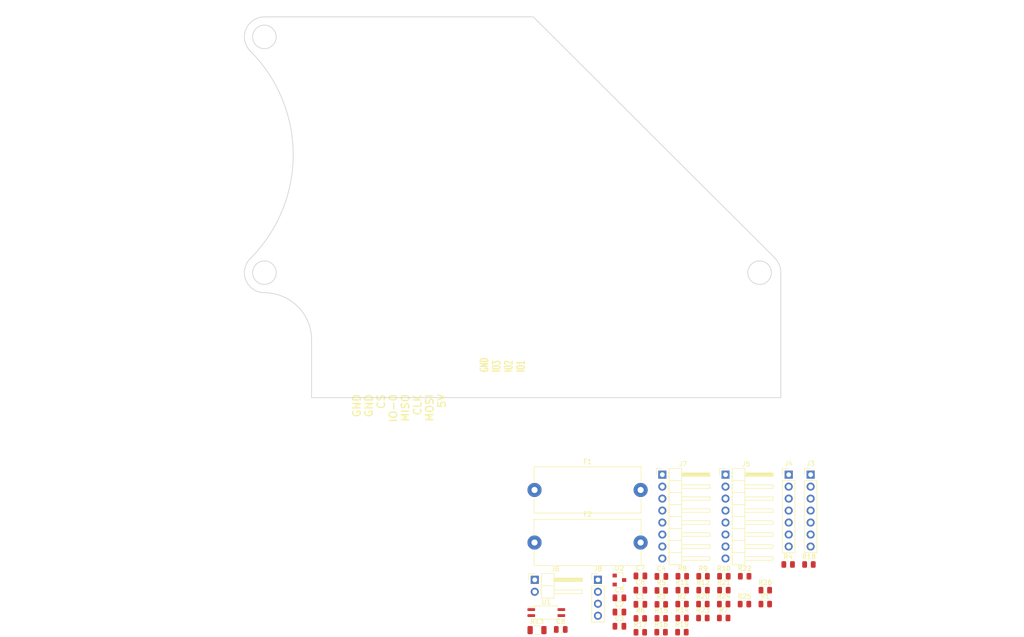
<source format=kicad_pcb>
(kicad_pcb (version 20171130) (host pcbnew "(5.1.9-0-10_14)")

  (general
    (thickness 1.6)
    (drawings 93)
    (tracks 0)
    (zones 0)
    (modules 44)
    (nets 23)
  )

  (page A3)
  (title_block
    (title "LiBCM - Honda Insight BCM Replacement")
    (rev A)
    (company "Linsight, LLC")
  )

  (layers
    (0 F.Cu signal)
    (1 In1.Cu power hide)
    (2 In2.Cu power hide)
    (31 B.Cu signal)
    (33 F.Adhes user hide)
    (35 F.Paste user hide)
    (36 B.SilkS user hide)
    (37 F.SilkS user)
    (38 B.Mask user hide)
    (39 F.Mask user hide)
    (40 Dwgs.User user)
    (41 Cmts.User user hide)
    (42 Eco1.User user)
    (44 Edge.Cuts user)
    (45 Margin user hide)
    (46 B.CrtYd user hide)
    (47 F.CrtYd user hide)
    (48 B.Fab user hide)
    (49 F.Fab user hide)
  )

  (setup
    (last_trace_width 0.25)
    (user_trace_width 0.203)
    (user_trace_width 0.25)
    (user_trace_width 0.5)
    (user_trace_width 1)
    (user_trace_width 1.5)
    (user_trace_width 3)
    (trace_clearance 0.2)
    (zone_clearance 0.75)
    (zone_45_only no)
    (trace_min 0.25)
    (via_size 0.6)
    (via_drill 0.4)
    (via_min_size 0.59)
    (via_min_drill 0.3)
    (user_via 0.6 0.4)
    (user_via 1.5 1)
    (uvia_size 0.3)
    (uvia_drill 0.1)
    (uvias_allowed no)
    (uvia_min_size 0.2)
    (uvia_min_drill 0.1)
    (edge_width 0.15)
    (segment_width 0.15)
    (pcb_text_width 0.3)
    (pcb_text_size 1.5 1.5)
    (mod_edge_width 0.15)
    (mod_text_size 1 1)
    (mod_text_width 0.15)
    (pad_size 1.7 1.7)
    (pad_drill 1)
    (pad_to_mask_clearance 0)
    (aux_axis_origin 24.75 195)
    (grid_origin 153.75 93.75)
    (visible_elements 7FFFFFFF)
    (pcbplotparams
      (layerselection 0x010e8_fffffff9)
      (usegerberextensions true)
      (usegerberattributes false)
      (usegerberadvancedattributes true)
      (creategerberjobfile false)
      (excludeedgelayer true)
      (linewidth 0.100000)
      (plotframeref false)
      (viasonmask false)
      (mode 1)
      (useauxorigin false)
      (hpglpennumber 1)
      (hpglpenspeed 20)
      (hpglpendiameter 15.000000)
      (psnegative false)
      (psa4output false)
      (plotreference true)
      (plotvalue false)
      (plotinvisibletext false)
      (padsonsilk false)
      (subtractmaskfromsilk true)
      (outputformat 1)
      (mirror false)
      (drillshape 0)
      (scaleselection 1)
      (outputdirectory "../Manufacturing/Gerbers (as ordered)/"))
  )

  (net 0 "")
  (net 1 +5V)
  (net 2 GND)
  (net 3 /USER_SWITCH)
  (net 4 /TACH_SUM)
  (net 5 GNDPWR)
  (net 6 /HVDC_5V_REF)
  (net 7 /CHARGER_CURRENT_LIMIT)
  (net 8 /GRID_POS_FUSED)
  (net 9 /TACH__OR__CAN_INT)
  (net 10 /SCK)
  (net 11 /MOSI)
  (net 12 /MISO)
  (net 13 /SWITCH__OR__CAN_CS)
  (net 14 /FLASH_CS)
  (net 15 /MIMA_CS)
  (net 16 /GPIO)
  (net 17 /TACH_1)
  (net 18 /TACH_2)
  (net 19 /TACH_3)
  (net 20 /GPIO_L1)
  (net 21 /Q1_GATE)
  (net 22 "Net-(R14-Pad2)")

  (net_class Default "This is the default net class."
    (clearance 0.2)
    (trace_width 0.25)
    (via_dia 0.6)
    (via_drill 0.4)
    (uvia_dia 0.3)
    (uvia_drill 0.1)
    (add_net +5V)
    (add_net /CHARGER_CURRENT_LIMIT)
    (add_net /FLASH_CS)
    (add_net /GPIO)
    (add_net /GPIO_L1)
    (add_net /GRID_POS_FUSED)
    (add_net /HVDC_5V_REF)
    (add_net /MIMA_CS)
    (add_net /MISO)
    (add_net /MOSI)
    (add_net /Q1_GATE)
    (add_net /SCK)
    (add_net /SWITCH__OR__CAN_CS)
    (add_net /TACH_1)
    (add_net /TACH_2)
    (add_net /TACH_3)
    (add_net /TACH_SUM)
    (add_net /TACH__OR__CAN_INT)
    (add_net /USER_SWITCH)
    (add_net GND)
    (add_net GNDPWR)
    (add_net "Net-(R14-Pad2)")
  )

  (net_class Default_verified ""
    (clearance 0.2)
    (trace_width 0.25)
    (via_dia 0.6)
    (via_drill 0.4)
    (uvia_dia 0.3)
    (uvia_drill 0.1)
  )

  (net_class Thick ""
    (clearance 0.2)
    (trace_width 1)
    (via_dia 0.6)
    (via_drill 0.4)
    (uvia_dia 0.3)
    (uvia_drill 0.1)
  )

  (module Capacitor_SMD:C_0805_2012Metric (layer F.Cu) (tedit 5F68FEEE) (tstamp 63936128)
    (at 184.475001 200.325001)
    (descr "Capacitor SMD 0805 (2012 Metric), square (rectangular) end terminal, IPC_7351 nominal, (Body size source: IPC-SM-782 page 76, https://www.pcb-3d.com/wordpress/wp-content/uploads/ipc-sm-782a_amendment_1_and_2.pdf, https://docs.google.com/spreadsheets/d/1BsfQQcO9C6DZCsRaXUlFlo91Tg2WpOkGARC1WS5S8t0/edit?usp=sharing), generated with kicad-footprint-generator")
    (tags capacitor)
    (path /6430F6C3)
    (attr smd)
    (fp_text reference C1 (at 0 -1.68) (layer F.SilkS)
      (effects (font (size 1 1) (thickness 0.15)))
    )
    (fp_text value 100n (at 0 1.68) (layer F.Fab)
      (effects (font (size 1 1) (thickness 0.15)))
    )
    (fp_line (start 1.7 0.98) (end -1.7 0.98) (layer F.CrtYd) (width 0.05))
    (fp_line (start 1.7 -0.98) (end 1.7 0.98) (layer F.CrtYd) (width 0.05))
    (fp_line (start -1.7 -0.98) (end 1.7 -0.98) (layer F.CrtYd) (width 0.05))
    (fp_line (start -1.7 0.98) (end -1.7 -0.98) (layer F.CrtYd) (width 0.05))
    (fp_line (start -0.261252 0.735) (end 0.261252 0.735) (layer F.SilkS) (width 0.12))
    (fp_line (start -0.261252 -0.735) (end 0.261252 -0.735) (layer F.SilkS) (width 0.12))
    (fp_line (start 1 0.625) (end -1 0.625) (layer F.Fab) (width 0.1))
    (fp_line (start 1 -0.625) (end 1 0.625) (layer F.Fab) (width 0.1))
    (fp_line (start -1 -0.625) (end 1 -0.625) (layer F.Fab) (width 0.1))
    (fp_line (start -1 0.625) (end -1 -0.625) (layer F.Fab) (width 0.1))
    (fp_text user %R (at 0 0) (layer F.Fab)
      (effects (font (size 0.5 0.5) (thickness 0.08)))
    )
    (pad 1 smd roundrect (at -0.95 0) (size 1 1.45) (layers F.Cu F.Paste F.Mask) (roundrect_rratio 0.25)
      (net 1 +5V))
    (pad 2 smd roundrect (at 0.95 0) (size 1 1.45) (layers F.Cu F.Paste F.Mask) (roundrect_rratio 0.25)
      (net 2 GND))
    (model ${KISYS3DMOD}/Capacitor_SMD.3dshapes/C_0805_2012Metric.wrl
      (at (xyz 0 0 0))
      (scale (xyz 1 1 1))
      (rotate (xyz 0 0 0))
    )
  )

  (module Capacitor_SMD:C_0805_2012Metric (layer F.Cu) (tedit 5F68FEEE) (tstamp 63936139)
    (at 180.025001 201.965001)
    (descr "Capacitor SMD 0805 (2012 Metric), square (rectangular) end terminal, IPC_7351 nominal, (Body size source: IPC-SM-782 page 76, https://www.pcb-3d.com/wordpress/wp-content/uploads/ipc-sm-782a_amendment_1_and_2.pdf, https://docs.google.com/spreadsheets/d/1BsfQQcO9C6DZCsRaXUlFlo91Tg2WpOkGARC1WS5S8t0/edit?usp=sharing), generated with kicad-footprint-generator")
    (tags capacitor)
    (path /64302E3F)
    (attr smd)
    (fp_text reference C2 (at 0 -1.68) (layer F.SilkS)
      (effects (font (size 1 1) (thickness 0.15)))
    )
    (fp_text value 100n (at 0 1.68) (layer F.Fab)
      (effects (font (size 1 1) (thickness 0.15)))
    )
    (fp_line (start 1.7 0.98) (end -1.7 0.98) (layer F.CrtYd) (width 0.05))
    (fp_line (start 1.7 -0.98) (end 1.7 0.98) (layer F.CrtYd) (width 0.05))
    (fp_line (start -1.7 -0.98) (end 1.7 -0.98) (layer F.CrtYd) (width 0.05))
    (fp_line (start -1.7 0.98) (end -1.7 -0.98) (layer F.CrtYd) (width 0.05))
    (fp_line (start -0.261252 0.735) (end 0.261252 0.735) (layer F.SilkS) (width 0.12))
    (fp_line (start -0.261252 -0.735) (end 0.261252 -0.735) (layer F.SilkS) (width 0.12))
    (fp_line (start 1 0.625) (end -1 0.625) (layer F.Fab) (width 0.1))
    (fp_line (start 1 -0.625) (end 1 0.625) (layer F.Fab) (width 0.1))
    (fp_line (start -1 -0.625) (end 1 -0.625) (layer F.Fab) (width 0.1))
    (fp_line (start -1 0.625) (end -1 -0.625) (layer F.Fab) (width 0.1))
    (fp_text user %R (at 0 0) (layer F.Fab)
      (effects (font (size 0.5 0.5) (thickness 0.08)))
    )
    (pad 1 smd roundrect (at -0.95 0) (size 1 1.45) (layers F.Cu F.Paste F.Mask) (roundrect_rratio 0.25)
      (net 1 +5V))
    (pad 2 smd roundrect (at 0.95 0) (size 1 1.45) (layers F.Cu F.Paste F.Mask) (roundrect_rratio 0.25)
      (net 2 GND))
    (model ${KISYS3DMOD}/Capacitor_SMD.3dshapes/C_0805_2012Metric.wrl
      (at (xyz 0 0 0))
      (scale (xyz 1 1 1))
      (rotate (xyz 0 0 0))
    )
  )

  (module Capacitor_SMD:C_0805_2012Metric (layer F.Cu) (tedit 5F68FEEE) (tstamp 6393614A)
    (at 180.025001 204.975001)
    (descr "Capacitor SMD 0805 (2012 Metric), square (rectangular) end terminal, IPC_7351 nominal, (Body size source: IPC-SM-782 page 76, https://www.pcb-3d.com/wordpress/wp-content/uploads/ipc-sm-782a_amendment_1_and_2.pdf, https://docs.google.com/spreadsheets/d/1BsfQQcO9C6DZCsRaXUlFlo91Tg2WpOkGARC1WS5S8t0/edit?usp=sharing), generated with kicad-footprint-generator")
    (tags capacitor)
    (path /63CAFECA)
    (attr smd)
    (fp_text reference C3 (at 0 -1.68) (layer F.SilkS)
      (effects (font (size 1 1) (thickness 0.15)))
    )
    (fp_text value 100n (at 0 1.68) (layer F.Fab)
      (effects (font (size 1 1) (thickness 0.15)))
    )
    (fp_text user %R (at 0 0) (layer F.Fab)
      (effects (font (size 0.5 0.5) (thickness 0.08)))
    )
    (fp_line (start -1 0.625) (end -1 -0.625) (layer F.Fab) (width 0.1))
    (fp_line (start -1 -0.625) (end 1 -0.625) (layer F.Fab) (width 0.1))
    (fp_line (start 1 -0.625) (end 1 0.625) (layer F.Fab) (width 0.1))
    (fp_line (start 1 0.625) (end -1 0.625) (layer F.Fab) (width 0.1))
    (fp_line (start -0.261252 -0.735) (end 0.261252 -0.735) (layer F.SilkS) (width 0.12))
    (fp_line (start -0.261252 0.735) (end 0.261252 0.735) (layer F.SilkS) (width 0.12))
    (fp_line (start -1.7 0.98) (end -1.7 -0.98) (layer F.CrtYd) (width 0.05))
    (fp_line (start -1.7 -0.98) (end 1.7 -0.98) (layer F.CrtYd) (width 0.05))
    (fp_line (start 1.7 -0.98) (end 1.7 0.98) (layer F.CrtYd) (width 0.05))
    (fp_line (start 1.7 0.98) (end -1.7 0.98) (layer F.CrtYd) (width 0.05))
    (pad 2 smd roundrect (at 0.95 0) (size 1 1.45) (layers F.Cu F.Paste F.Mask) (roundrect_rratio 0.25)
      (net 2 GND))
    (pad 1 smd roundrect (at -0.95 0) (size 1 1.45) (layers F.Cu F.Paste F.Mask) (roundrect_rratio 0.25)
      (net 1 +5V))
    (model ${KISYS3DMOD}/Capacitor_SMD.3dshapes/C_0805_2012Metric.wrl
      (at (xyz 0 0 0))
      (scale (xyz 1 1 1))
      (rotate (xyz 0 0 0))
    )
  )

  (module Capacitor_SMD:C_0805_2012Metric (layer F.Cu) (tedit 5F68FEEE) (tstamp 6393615B)
    (at 188.925001 194.405001)
    (descr "Capacitor SMD 0805 (2012 Metric), square (rectangular) end terminal, IPC_7351 nominal, (Body size source: IPC-SM-782 page 76, https://www.pcb-3d.com/wordpress/wp-content/uploads/ipc-sm-782a_amendment_1_and_2.pdf, https://docs.google.com/spreadsheets/d/1BsfQQcO9C6DZCsRaXUlFlo91Tg2WpOkGARC1WS5S8t0/edit?usp=sharing), generated with kicad-footprint-generator")
    (tags capacitor)
    (path /6394924C)
    (attr smd)
    (fp_text reference C4 (at 0 -1.68) (layer F.SilkS)
      (effects (font (size 1 1) (thickness 0.15)))
    )
    (fp_text value 100n (at 0 1.68) (layer F.Fab)
      (effects (font (size 1 1) (thickness 0.15)))
    )
    (fp_text user %R (at 0 0) (layer F.Fab)
      (effects (font (size 0.5 0.5) (thickness 0.08)))
    )
    (fp_line (start -1 0.625) (end -1 -0.625) (layer F.Fab) (width 0.1))
    (fp_line (start -1 -0.625) (end 1 -0.625) (layer F.Fab) (width 0.1))
    (fp_line (start 1 -0.625) (end 1 0.625) (layer F.Fab) (width 0.1))
    (fp_line (start 1 0.625) (end -1 0.625) (layer F.Fab) (width 0.1))
    (fp_line (start -0.261252 -0.735) (end 0.261252 -0.735) (layer F.SilkS) (width 0.12))
    (fp_line (start -0.261252 0.735) (end 0.261252 0.735) (layer F.SilkS) (width 0.12))
    (fp_line (start -1.7 0.98) (end -1.7 -0.98) (layer F.CrtYd) (width 0.05))
    (fp_line (start -1.7 -0.98) (end 1.7 -0.98) (layer F.CrtYd) (width 0.05))
    (fp_line (start 1.7 -0.98) (end 1.7 0.98) (layer F.CrtYd) (width 0.05))
    (fp_line (start 1.7 0.98) (end -1.7 0.98) (layer F.CrtYd) (width 0.05))
    (pad 2 smd roundrect (at 0.95 0) (size 1 1.45) (layers F.Cu F.Paste F.Mask) (roundrect_rratio 0.25)
      (net 2 GND))
    (pad 1 smd roundrect (at -0.95 0) (size 1 1.45) (layers F.Cu F.Paste F.Mask) (roundrect_rratio 0.25)
      (net 3 /USER_SWITCH))
    (model ${KISYS3DMOD}/Capacitor_SMD.3dshapes/C_0805_2012Metric.wrl
      (at (xyz 0 0 0))
      (scale (xyz 1 1 1))
      (rotate (xyz 0 0 0))
    )
  )

  (module Capacitor_SMD:C_0805_2012Metric (layer F.Cu) (tedit 5F68FEEE) (tstamp 6393616C)
    (at 180.025001 198.955001)
    (descr "Capacitor SMD 0805 (2012 Metric), square (rectangular) end terminal, IPC_7351 nominal, (Body size source: IPC-SM-782 page 76, https://www.pcb-3d.com/wordpress/wp-content/uploads/ipc-sm-782a_amendment_1_and_2.pdf, https://docs.google.com/spreadsheets/d/1BsfQQcO9C6DZCsRaXUlFlo91Tg2WpOkGARC1WS5S8t0/edit?usp=sharing), generated with kicad-footprint-generator")
    (tags capacitor)
    (path /63ADC973)
    (attr smd)
    (fp_text reference C5 (at 0 -1.68) (layer F.SilkS)
      (effects (font (size 1 1) (thickness 0.15)))
    )
    (fp_text value 100n (at 0 1.68) (layer F.Fab)
      (effects (font (size 1 1) (thickness 0.15)))
    )
    (fp_line (start 1.7 0.98) (end -1.7 0.98) (layer F.CrtYd) (width 0.05))
    (fp_line (start 1.7 -0.98) (end 1.7 0.98) (layer F.CrtYd) (width 0.05))
    (fp_line (start -1.7 -0.98) (end 1.7 -0.98) (layer F.CrtYd) (width 0.05))
    (fp_line (start -1.7 0.98) (end -1.7 -0.98) (layer F.CrtYd) (width 0.05))
    (fp_line (start -0.261252 0.735) (end 0.261252 0.735) (layer F.SilkS) (width 0.12))
    (fp_line (start -0.261252 -0.735) (end 0.261252 -0.735) (layer F.SilkS) (width 0.12))
    (fp_line (start 1 0.625) (end -1 0.625) (layer F.Fab) (width 0.1))
    (fp_line (start 1 -0.625) (end 1 0.625) (layer F.Fab) (width 0.1))
    (fp_line (start -1 -0.625) (end 1 -0.625) (layer F.Fab) (width 0.1))
    (fp_line (start -1 0.625) (end -1 -0.625) (layer F.Fab) (width 0.1))
    (fp_text user %R (at 0 0) (layer F.Fab)
      (effects (font (size 0.5 0.5) (thickness 0.08)))
    )
    (pad 1 smd roundrect (at -0.95 0) (size 1 1.45) (layers F.Cu F.Paste F.Mask) (roundrect_rratio 0.25)
      (net 4 /TACH_SUM))
    (pad 2 smd roundrect (at 0.95 0) (size 1 1.45) (layers F.Cu F.Paste F.Mask) (roundrect_rratio 0.25)
      (net 2 GND))
    (model ${KISYS3DMOD}/Capacitor_SMD.3dshapes/C_0805_2012Metric.wrl
      (at (xyz 0 0 0))
      (scale (xyz 1 1 1))
      (rotate (xyz 0 0 0))
    )
  )

  (module Capacitor_SMD:C_0805_2012Metric (layer F.Cu) (tedit 5F68FEEE) (tstamp 6393617D)
    (at 184.475001 197.315001)
    (descr "Capacitor SMD 0805 (2012 Metric), square (rectangular) end terminal, IPC_7351 nominal, (Body size source: IPC-SM-782 page 76, https://www.pcb-3d.com/wordpress/wp-content/uploads/ipc-sm-782a_amendment_1_and_2.pdf, https://docs.google.com/spreadsheets/d/1BsfQQcO9C6DZCsRaXUlFlo91Tg2WpOkGARC1WS5S8t0/edit?usp=sharing), generated with kicad-footprint-generator")
    (tags capacitor)
    (path /63DC602D)
    (attr smd)
    (fp_text reference C6 (at 0 -1.68) (layer F.SilkS)
      (effects (font (size 1 1) (thickness 0.15)))
    )
    (fp_text value 1u (at 0 1.68) (layer F.Fab)
      (effects (font (size 1 1) (thickness 0.15)))
    )
    (fp_line (start 1.7 0.98) (end -1.7 0.98) (layer F.CrtYd) (width 0.05))
    (fp_line (start 1.7 -0.98) (end 1.7 0.98) (layer F.CrtYd) (width 0.05))
    (fp_line (start -1.7 -0.98) (end 1.7 -0.98) (layer F.CrtYd) (width 0.05))
    (fp_line (start -1.7 0.98) (end -1.7 -0.98) (layer F.CrtYd) (width 0.05))
    (fp_line (start -0.261252 0.735) (end 0.261252 0.735) (layer F.SilkS) (width 0.12))
    (fp_line (start -0.261252 -0.735) (end 0.261252 -0.735) (layer F.SilkS) (width 0.12))
    (fp_line (start 1 0.625) (end -1 0.625) (layer F.Fab) (width 0.1))
    (fp_line (start 1 -0.625) (end 1 0.625) (layer F.Fab) (width 0.1))
    (fp_line (start -1 -0.625) (end 1 -0.625) (layer F.Fab) (width 0.1))
    (fp_line (start -1 0.625) (end -1 -0.625) (layer F.Fab) (width 0.1))
    (fp_text user %R (at 0 0) (layer F.Fab)
      (effects (font (size 0.5 0.5) (thickness 0.08)))
    )
    (pad 1 smd roundrect (at -0.95 0) (size 1 1.45) (layers F.Cu F.Paste F.Mask) (roundrect_rratio 0.25)
      (net 1 +5V))
    (pad 2 smd roundrect (at 0.95 0) (size 1 1.45) (layers F.Cu F.Paste F.Mask) (roundrect_rratio 0.25)
      (net 2 GND))
    (model ${KISYS3DMOD}/Capacitor_SMD.3dshapes/C_0805_2012Metric.wrl
      (at (xyz 0 0 0))
      (scale (xyz 1 1 1))
      (rotate (xyz 0 0 0))
    )
  )

  (module Capacitor_SMD:C_0805_2012Metric (layer F.Cu) (tedit 5F68FEEE) (tstamp 6393618E)
    (at 184.475001 194.305001)
    (descr "Capacitor SMD 0805 (2012 Metric), square (rectangular) end terminal, IPC_7351 nominal, (Body size source: IPC-SM-782 page 76, https://www.pcb-3d.com/wordpress/wp-content/uploads/ipc-sm-782a_amendment_1_and_2.pdf, https://docs.google.com/spreadsheets/d/1BsfQQcO9C6DZCsRaXUlFlo91Tg2WpOkGARC1WS5S8t0/edit?usp=sharing), generated with kicad-footprint-generator")
    (tags capacitor)
    (path /639AEA60)
    (attr smd)
    (fp_text reference C7 (at 0 -1.68) (layer F.SilkS)
      (effects (font (size 1 1) (thickness 0.15)))
    )
    (fp_text value 100n (at 0 1.68) (layer F.Fab)
      (effects (font (size 1 1) (thickness 0.15)))
    )
    (fp_text user %R (at 0 0) (layer F.Fab)
      (effects (font (size 0.5 0.5) (thickness 0.08)))
    )
    (fp_line (start -1 0.625) (end -1 -0.625) (layer F.Fab) (width 0.1))
    (fp_line (start -1 -0.625) (end 1 -0.625) (layer F.Fab) (width 0.1))
    (fp_line (start 1 -0.625) (end 1 0.625) (layer F.Fab) (width 0.1))
    (fp_line (start 1 0.625) (end -1 0.625) (layer F.Fab) (width 0.1))
    (fp_line (start -0.261252 -0.735) (end 0.261252 -0.735) (layer F.SilkS) (width 0.12))
    (fp_line (start -0.261252 0.735) (end 0.261252 0.735) (layer F.SilkS) (width 0.12))
    (fp_line (start -1.7 0.98) (end -1.7 -0.98) (layer F.CrtYd) (width 0.05))
    (fp_line (start -1.7 -0.98) (end 1.7 -0.98) (layer F.CrtYd) (width 0.05))
    (fp_line (start 1.7 -0.98) (end 1.7 0.98) (layer F.CrtYd) (width 0.05))
    (fp_line (start 1.7 0.98) (end -1.7 0.98) (layer F.CrtYd) (width 0.05))
    (pad 2 smd roundrect (at 0.95 0) (size 1 1.45) (layers F.Cu F.Paste F.Mask) (roundrect_rratio 0.25)
      (net 5 GNDPWR))
    (pad 1 smd roundrect (at -0.95 0) (size 1 1.45) (layers F.Cu F.Paste F.Mask) (roundrect_rratio 0.25)
      (net 6 /HVDC_5V_REF))
    (model ${KISYS3DMOD}/Capacitor_SMD.3dshapes/C_0805_2012Metric.wrl
      (at (xyz 0 0 0))
      (scale (xyz 1 1 1))
      (rotate (xyz 0 0 0))
    )
  )

  (module Capacitor_SMD:C_0805_2012Metric (layer F.Cu) (tedit 5F68FEEE) (tstamp 6393619F)
    (at 167.585001 205.655001)
    (descr "Capacitor SMD 0805 (2012 Metric), square (rectangular) end terminal, IPC_7351 nominal, (Body size source: IPC-SM-782 page 76, https://www.pcb-3d.com/wordpress/wp-content/uploads/ipc-sm-782a_amendment_1_and_2.pdf, https://docs.google.com/spreadsheets/d/1BsfQQcO9C6DZCsRaXUlFlo91Tg2WpOkGARC1WS5S8t0/edit?usp=sharing), generated with kicad-footprint-generator")
    (tags capacitor)
    (path /639AF711)
    (attr smd)
    (fp_text reference C8 (at 0 -1.68) (layer F.SilkS)
      (effects (font (size 1 1) (thickness 0.15)))
    )
    (fp_text value 100n (at 0 1.68) (layer F.Fab)
      (effects (font (size 1 1) (thickness 0.15)))
    )
    (fp_text user %R (at 0 0) (layer F.Fab)
      (effects (font (size 0.5 0.5) (thickness 0.08)))
    )
    (fp_line (start -1 0.625) (end -1 -0.625) (layer F.Fab) (width 0.1))
    (fp_line (start -1 -0.625) (end 1 -0.625) (layer F.Fab) (width 0.1))
    (fp_line (start 1 -0.625) (end 1 0.625) (layer F.Fab) (width 0.1))
    (fp_line (start 1 0.625) (end -1 0.625) (layer F.Fab) (width 0.1))
    (fp_line (start -0.261252 -0.735) (end 0.261252 -0.735) (layer F.SilkS) (width 0.12))
    (fp_line (start -0.261252 0.735) (end 0.261252 0.735) (layer F.SilkS) (width 0.12))
    (fp_line (start -1.7 0.98) (end -1.7 -0.98) (layer F.CrtYd) (width 0.05))
    (fp_line (start -1.7 -0.98) (end 1.7 -0.98) (layer F.CrtYd) (width 0.05))
    (fp_line (start 1.7 -0.98) (end 1.7 0.98) (layer F.CrtYd) (width 0.05))
    (fp_line (start 1.7 0.98) (end -1.7 0.98) (layer F.CrtYd) (width 0.05))
    (pad 2 smd roundrect (at 0.95 0) (size 1 1.45) (layers F.Cu F.Paste F.Mask) (roundrect_rratio 0.25)
      (net 5 GNDPWR))
    (pad 1 smd roundrect (at -0.95 0) (size 1 1.45) (layers F.Cu F.Paste F.Mask) (roundrect_rratio 0.25)
      (net 7 /CHARGER_CURRENT_LIMIT))
    (model ${KISYS3DMOD}/Capacitor_SMD.3dshapes/C_0805_2012Metric.wrl
      (at (xyz 0 0 0))
      (scale (xyz 1 1 1))
      (rotate (xyz 0 0 0))
    )
  )

  (module Fuse:Fuseholder_Cylinder-5x20mm_Schurter_0031_8201_Horizontal_Open (layer F.Cu) (tedit 5D717D34) (tstamp 639361B5)
    (at 162.025001 176.075001)
    (descr "Fuseholder horizontal open, 5x20mm, 500V, 16A, Schurter 0031.8201, https://us.schurter.com/bundles/snceschurter/epim/_ProdPool_/newDS/en/typ_OGN.pdf")
    (tags "Fuseholder horizontal open 5x20 Schurter 0031.8201")
    (path /63B29700)
    (fp_text reference F1 (at 11.25 -6) (layer F.SilkS)
      (effects (font (size 1 1) (thickness 0.15)))
    )
    (fp_text value Fuse (at 11.25 6) (layer F.Fab)
      (effects (font (size 1 1) (thickness 0.15)))
    )
    (fp_line (start -0.11 4.91) (end -0.11 1.75) (layer F.SilkS) (width 0.12))
    (fp_line (start 24.25 -5.05) (end 24.25 5.05) (layer F.CrtYd) (width 0.05))
    (fp_line (start -0.11 4.91) (end 22.61 4.91) (layer F.SilkS) (width 0.12))
    (fp_line (start -1.75 -5.05) (end 24.25 -5.05) (layer F.CrtYd) (width 0.05))
    (fp_line (start 24.25 5.05) (end -1.75 5.05) (layer F.CrtYd) (width 0.05))
    (fp_line (start -0.11 -4.91) (end 22.61 -4.91) (layer F.SilkS) (width 0.12))
    (fp_line (start -0.11 -1.75) (end -0.11 -4.91) (layer F.SilkS) (width 0.12))
    (fp_line (start 22.61 -1.75) (end 22.61 -4.91) (layer F.SilkS) (width 0.12))
    (fp_line (start 22.61 4.91) (end 22.61 1.75) (layer F.SilkS) (width 0.12))
    (fp_line (start -1.75 5.05) (end -1.75 -5.05) (layer F.CrtYd) (width 0.05))
    (fp_line (start 22.5 -4.8) (end 0 -4.8) (layer F.Fab) (width 0.1))
    (fp_line (start 22.5 4.8) (end 22.5 -4.8) (layer F.Fab) (width 0.1))
    (fp_line (start 0 4.8) (end 22.5 4.8) (layer F.Fab) (width 0.1))
    (fp_line (start 0 -4.8) (end 0 4.8) (layer F.Fab) (width 0.1))
    (fp_text user %R (at 11.25 4) (layer F.Fab)
      (effects (font (size 1 1) (thickness 0.15)))
    )
    (pad 1 thru_hole circle (at 0 0) (size 3 3) (drill 1.3) (layers *.Cu *.Mask))
    (pad 2 thru_hole circle (at 22.5 0) (size 3 3) (drill 1.3) (layers *.Cu *.Mask))
    (pad "" np_thru_hole circle (at 11.25 0) (size 2.7 2.7) (drill 2.7) (layers *.Cu *.Mask))
    (model ${KISYS3DMOD}/Fuse.3dshapes/Fuseholder_Cylinder-5x20mm_Schurter_0031_8201_Horizontal_Open.wrl
      (at (xyz 0 0 0))
      (scale (xyz 1 1 1))
      (rotate (xyz 0 0 0))
    )
  )

  (module Fuse:Fuseholder_Cylinder-5x20mm_Schurter_0031_8201_Horizontal_Open (layer F.Cu) (tedit 5D717D34) (tstamp 639361CB)
    (at 162.025001 187.225001)
    (descr "Fuseholder horizontal open, 5x20mm, 500V, 16A, Schurter 0031.8201, https://us.schurter.com/bundles/snceschurter/epim/_ProdPool_/newDS/en/typ_OGN.pdf")
    (tags "Fuseholder horizontal open 5x20 Schurter 0031.8201")
    (path /63947A78)
    (fp_text reference F2 (at 11.25 -6) (layer F.SilkS)
      (effects (font (size 1 1) (thickness 0.15)))
    )
    (fp_text value Fuse (at 11.25 6) (layer F.Fab)
      (effects (font (size 1 1) (thickness 0.15)))
    )
    (fp_text user %R (at 11.25 4) (layer F.Fab)
      (effects (font (size 1 1) (thickness 0.15)))
    )
    (fp_line (start 0 -4.8) (end 0 4.8) (layer F.Fab) (width 0.1))
    (fp_line (start 0 4.8) (end 22.5 4.8) (layer F.Fab) (width 0.1))
    (fp_line (start 22.5 4.8) (end 22.5 -4.8) (layer F.Fab) (width 0.1))
    (fp_line (start 22.5 -4.8) (end 0 -4.8) (layer F.Fab) (width 0.1))
    (fp_line (start -1.75 5.05) (end -1.75 -5.05) (layer F.CrtYd) (width 0.05))
    (fp_line (start 22.61 4.91) (end 22.61 1.75) (layer F.SilkS) (width 0.12))
    (fp_line (start 22.61 -1.75) (end 22.61 -4.91) (layer F.SilkS) (width 0.12))
    (fp_line (start -0.11 -1.75) (end -0.11 -4.91) (layer F.SilkS) (width 0.12))
    (fp_line (start -0.11 -4.91) (end 22.61 -4.91) (layer F.SilkS) (width 0.12))
    (fp_line (start 24.25 5.05) (end -1.75 5.05) (layer F.CrtYd) (width 0.05))
    (fp_line (start -1.75 -5.05) (end 24.25 -5.05) (layer F.CrtYd) (width 0.05))
    (fp_line (start -0.11 4.91) (end 22.61 4.91) (layer F.SilkS) (width 0.12))
    (fp_line (start 24.25 -5.05) (end 24.25 5.05) (layer F.CrtYd) (width 0.05))
    (fp_line (start -0.11 4.91) (end -0.11 1.75) (layer F.SilkS) (width 0.12))
    (pad "" np_thru_hole circle (at 11.25 0) (size 2.7 2.7) (drill 2.7) (layers *.Cu *.Mask))
    (pad 2 thru_hole circle (at 22.5 0) (size 3 3) (drill 1.3) (layers *.Cu *.Mask))
    (pad 1 thru_hole circle (at 0 0) (size 3 3) (drill 1.3) (layers *.Cu *.Mask)
      (net 8 /GRID_POS_FUSED))
    (model ${KISYS3DMOD}/Fuse.3dshapes/Fuseholder_Cylinder-5x20mm_Schurter_0031_8201_Horizontal_Open.wrl
      (at (xyz 0 0 0))
      (scale (xyz 1 1 1))
      (rotate (xyz 0 0 0))
    )
  )

  (module Connector_PinHeader_2.54mm:PinHeader_1x07_P2.54mm_Vertical (layer F.Cu) (tedit 59FED5CC) (tstamp 639361E6)
    (at 220.575001 172.825001)
    (descr "Through hole straight pin header, 1x07, 2.54mm pitch, single row")
    (tags "Through hole pin header THT 1x07 2.54mm single row")
    (path /63DCF3ED)
    (fp_text reference J3 (at 0 -2.33) (layer F.SilkS)
      (effects (font (size 1 1) (thickness 0.15)))
    )
    (fp_text value Conn_01x07 (at 0 17.57) (layer F.Fab)
      (effects (font (size 1 1) (thickness 0.15)))
    )
    (fp_text user %R (at 0 7.62 90) (layer F.Fab)
      (effects (font (size 1 1) (thickness 0.15)))
    )
    (fp_line (start -0.635 -1.27) (end 1.27 -1.27) (layer F.Fab) (width 0.1))
    (fp_line (start 1.27 -1.27) (end 1.27 16.51) (layer F.Fab) (width 0.1))
    (fp_line (start 1.27 16.51) (end -1.27 16.51) (layer F.Fab) (width 0.1))
    (fp_line (start -1.27 16.51) (end -1.27 -0.635) (layer F.Fab) (width 0.1))
    (fp_line (start -1.27 -0.635) (end -0.635 -1.27) (layer F.Fab) (width 0.1))
    (fp_line (start -1.33 16.57) (end 1.33 16.57) (layer F.SilkS) (width 0.12))
    (fp_line (start -1.33 1.27) (end -1.33 16.57) (layer F.SilkS) (width 0.12))
    (fp_line (start 1.33 1.27) (end 1.33 16.57) (layer F.SilkS) (width 0.12))
    (fp_line (start -1.33 1.27) (end 1.33 1.27) (layer F.SilkS) (width 0.12))
    (fp_line (start -1.33 0) (end -1.33 -1.33) (layer F.SilkS) (width 0.12))
    (fp_line (start -1.33 -1.33) (end 0 -1.33) (layer F.SilkS) (width 0.12))
    (fp_line (start -1.8 -1.8) (end -1.8 17.05) (layer F.CrtYd) (width 0.05))
    (fp_line (start -1.8 17.05) (end 1.8 17.05) (layer F.CrtYd) (width 0.05))
    (fp_line (start 1.8 17.05) (end 1.8 -1.8) (layer F.CrtYd) (width 0.05))
    (fp_line (start 1.8 -1.8) (end -1.8 -1.8) (layer F.CrtYd) (width 0.05))
    (pad 7 thru_hole oval (at 0 15.24) (size 1.7 1.7) (drill 1) (layers *.Cu *.Mask)
      (net 9 /TACH__OR__CAN_INT))
    (pad 6 thru_hole oval (at 0 12.7) (size 1.7 1.7) (drill 1) (layers *.Cu *.Mask)
      (net 10 /SCK))
    (pad 5 thru_hole oval (at 0 10.16) (size 1.7 1.7) (drill 1) (layers *.Cu *.Mask)
      (net 11 /MOSI))
    (pad 4 thru_hole oval (at 0 7.62) (size 1.7 1.7) (drill 1) (layers *.Cu *.Mask)
      (net 12 /MISO))
    (pad 3 thru_hole oval (at 0 5.08) (size 1.7 1.7) (drill 1) (layers *.Cu *.Mask)
      (net 13 /SWITCH__OR__CAN_CS))
    (pad 2 thru_hole oval (at 0 2.54) (size 1.7 1.7) (drill 1) (layers *.Cu *.Mask)
      (net 2 GND))
    (pad 1 thru_hole rect (at 0 0) (size 1.7 1.7) (drill 1) (layers *.Cu *.Mask)
      (net 1 +5V))
    (model ${KISYS3DMOD}/Connector_PinHeader_2.54mm.3dshapes/PinHeader_1x07_P2.54mm_Vertical.wrl
      (at (xyz 0 0 0))
      (scale (xyz 1 1 1))
      (rotate (xyz 0 0 0))
    )
  )

  (module Connector_PinHeader_2.54mm:PinHeader_1x07_P2.54mm_Vertical (layer F.Cu) (tedit 59FED5CC) (tstamp 63936201)
    (at 215.925001 172.825001)
    (descr "Through hole straight pin header, 1x07, 2.54mm pitch, single row")
    (tags "Through hole pin header THT 1x07 2.54mm single row")
    (path /6397137E)
    (fp_text reference J4 (at 0 -2.33) (layer F.SilkS)
      (effects (font (size 1 1) (thickness 0.15)))
    )
    (fp_text value Conn_01x07 (at 0 17.57) (layer F.Fab)
      (effects (font (size 1 1) (thickness 0.15)))
    )
    (fp_line (start 1.8 -1.8) (end -1.8 -1.8) (layer F.CrtYd) (width 0.05))
    (fp_line (start 1.8 17.05) (end 1.8 -1.8) (layer F.CrtYd) (width 0.05))
    (fp_line (start -1.8 17.05) (end 1.8 17.05) (layer F.CrtYd) (width 0.05))
    (fp_line (start -1.8 -1.8) (end -1.8 17.05) (layer F.CrtYd) (width 0.05))
    (fp_line (start -1.33 -1.33) (end 0 -1.33) (layer F.SilkS) (width 0.12))
    (fp_line (start -1.33 0) (end -1.33 -1.33) (layer F.SilkS) (width 0.12))
    (fp_line (start -1.33 1.27) (end 1.33 1.27) (layer F.SilkS) (width 0.12))
    (fp_line (start 1.33 1.27) (end 1.33 16.57) (layer F.SilkS) (width 0.12))
    (fp_line (start -1.33 1.27) (end -1.33 16.57) (layer F.SilkS) (width 0.12))
    (fp_line (start -1.33 16.57) (end 1.33 16.57) (layer F.SilkS) (width 0.12))
    (fp_line (start -1.27 -0.635) (end -0.635 -1.27) (layer F.Fab) (width 0.1))
    (fp_line (start -1.27 16.51) (end -1.27 -0.635) (layer F.Fab) (width 0.1))
    (fp_line (start 1.27 16.51) (end -1.27 16.51) (layer F.Fab) (width 0.1))
    (fp_line (start 1.27 -1.27) (end 1.27 16.51) (layer F.Fab) (width 0.1))
    (fp_line (start -0.635 -1.27) (end 1.27 -1.27) (layer F.Fab) (width 0.1))
    (fp_text user %R (at 0 7.62 90) (layer F.Fab)
      (effects (font (size 1 1) (thickness 0.15)))
    )
    (pad 1 thru_hole rect (at 0 0) (size 1.7 1.7) (drill 1) (layers *.Cu *.Mask)
      (net 1 +5V))
    (pad 2 thru_hole oval (at 0 2.54) (size 1.7 1.7) (drill 1) (layers *.Cu *.Mask))
    (pad 3 thru_hole oval (at 0 5.08) (size 1.7 1.7) (drill 1) (layers *.Cu *.Mask)
      (net 2 GND))
    (pad 4 thru_hole oval (at 0 7.62) (size 1.7 1.7) (drill 1) (layers *.Cu *.Mask)
      (net 10 /SCK))
    (pad 5 thru_hole oval (at 0 10.16) (size 1.7 1.7) (drill 1) (layers *.Cu *.Mask)
      (net 12 /MISO))
    (pad 6 thru_hole oval (at 0 12.7) (size 1.7 1.7) (drill 1) (layers *.Cu *.Mask)
      (net 11 /MOSI))
    (pad 7 thru_hole oval (at 0 15.24) (size 1.7 1.7) (drill 1) (layers *.Cu *.Mask)
      (net 14 /FLASH_CS))
    (model ${KISYS3DMOD}/Connector_PinHeader_2.54mm.3dshapes/PinHeader_1x07_P2.54mm_Vertical.wrl
      (at (xyz 0 0 0))
      (scale (xyz 1 1 1))
      (rotate (xyz 0 0 0))
    )
  )

  (module Connector_PinHeader_2.54mm:PinHeader_1x08_P2.54mm_Horizontal (layer F.Cu) (tedit 59FED5CB) (tstamp 63936282)
    (at 202.525001 172.825001)
    (descr "Through hole angled pin header, 1x08, 2.54mm pitch, 6mm pin length, single row")
    (tags "Through hole angled pin header THT 1x08 2.54mm single row")
    (path /63F1A62A)
    (fp_text reference J5 (at 4.385 -2.27) (layer F.SilkS)
      (effects (font (size 1 1) (thickness 0.15)))
    )
    (fp_text value Conn_01x08 (at 4.385 20.05) (layer F.Fab)
      (effects (font (size 1 1) (thickness 0.15)))
    )
    (fp_line (start 10.55 -1.8) (end -1.8 -1.8) (layer F.CrtYd) (width 0.05))
    (fp_line (start 10.55 19.55) (end 10.55 -1.8) (layer F.CrtYd) (width 0.05))
    (fp_line (start -1.8 19.55) (end 10.55 19.55) (layer F.CrtYd) (width 0.05))
    (fp_line (start -1.8 -1.8) (end -1.8 19.55) (layer F.CrtYd) (width 0.05))
    (fp_line (start -1.27 -1.27) (end 0 -1.27) (layer F.SilkS) (width 0.12))
    (fp_line (start -1.27 0) (end -1.27 -1.27) (layer F.SilkS) (width 0.12))
    (fp_line (start 1.042929 18.16) (end 1.44 18.16) (layer F.SilkS) (width 0.12))
    (fp_line (start 1.042929 17.4) (end 1.44 17.4) (layer F.SilkS) (width 0.12))
    (fp_line (start 10.1 18.16) (end 4.1 18.16) (layer F.SilkS) (width 0.12))
    (fp_line (start 10.1 17.4) (end 10.1 18.16) (layer F.SilkS) (width 0.12))
    (fp_line (start 4.1 17.4) (end 10.1 17.4) (layer F.SilkS) (width 0.12))
    (fp_line (start 1.44 16.51) (end 4.1 16.51) (layer F.SilkS) (width 0.12))
    (fp_line (start 1.042929 15.62) (end 1.44 15.62) (layer F.SilkS) (width 0.12))
    (fp_line (start 1.042929 14.86) (end 1.44 14.86) (layer F.SilkS) (width 0.12))
    (fp_line (start 10.1 15.62) (end 4.1 15.62) (layer F.SilkS) (width 0.12))
    (fp_line (start 10.1 14.86) (end 10.1 15.62) (layer F.SilkS) (width 0.12))
    (fp_line (start 4.1 14.86) (end 10.1 14.86) (layer F.SilkS) (width 0.12))
    (fp_line (start 1.44 13.97) (end 4.1 13.97) (layer F.SilkS) (width 0.12))
    (fp_line (start 1.042929 13.08) (end 1.44 13.08) (layer F.SilkS) (width 0.12))
    (fp_line (start 1.042929 12.32) (end 1.44 12.32) (layer F.SilkS) (width 0.12))
    (fp_line (start 10.1 13.08) (end 4.1 13.08) (layer F.SilkS) (width 0.12))
    (fp_line (start 10.1 12.32) (end 10.1 13.08) (layer F.SilkS) (width 0.12))
    (fp_line (start 4.1 12.32) (end 10.1 12.32) (layer F.SilkS) (width 0.12))
    (fp_line (start 1.44 11.43) (end 4.1 11.43) (layer F.SilkS) (width 0.12))
    (fp_line (start 1.042929 10.54) (end 1.44 10.54) (layer F.SilkS) (width 0.12))
    (fp_line (start 1.042929 9.78) (end 1.44 9.78) (layer F.SilkS) (width 0.12))
    (fp_line (start 10.1 10.54) (end 4.1 10.54) (layer F.SilkS) (width 0.12))
    (fp_line (start 10.1 9.78) (end 10.1 10.54) (layer F.SilkS) (width 0.12))
    (fp_line (start 4.1 9.78) (end 10.1 9.78) (layer F.SilkS) (width 0.12))
    (fp_line (start 1.44 8.89) (end 4.1 8.89) (layer F.SilkS) (width 0.12))
    (fp_line (start 1.042929 8) (end 1.44 8) (layer F.SilkS) (width 0.12))
    (fp_line (start 1.042929 7.24) (end 1.44 7.24) (layer F.SilkS) (width 0.12))
    (fp_line (start 10.1 8) (end 4.1 8) (layer F.SilkS) (width 0.12))
    (fp_line (start 10.1 7.24) (end 10.1 8) (layer F.SilkS) (width 0.12))
    (fp_line (start 4.1 7.24) (end 10.1 7.24) (layer F.SilkS) (width 0.12))
    (fp_line (start 1.44 6.35) (end 4.1 6.35) (layer F.SilkS) (width 0.12))
    (fp_line (start 1.042929 5.46) (end 1.44 5.46) (layer F.SilkS) (width 0.12))
    (fp_line (start 1.042929 4.7) (end 1.44 4.7) (layer F.SilkS) (width 0.12))
    (fp_line (start 10.1 5.46) (end 4.1 5.46) (layer F.SilkS) (width 0.12))
    (fp_line (start 10.1 4.7) (end 10.1 5.46) (layer F.SilkS) (width 0.12))
    (fp_line (start 4.1 4.7) (end 10.1 4.7) (layer F.SilkS) (width 0.12))
    (fp_line (start 1.44 3.81) (end 4.1 3.81) (layer F.SilkS) (width 0.12))
    (fp_line (start 1.042929 2.92) (end 1.44 2.92) (layer F.SilkS) (width 0.12))
    (fp_line (start 1.042929 2.16) (end 1.44 2.16) (layer F.SilkS) (width 0.12))
    (fp_line (start 10.1 2.92) (end 4.1 2.92) (layer F.SilkS) (width 0.12))
    (fp_line (start 10.1 2.16) (end 10.1 2.92) (layer F.SilkS) (width 0.12))
    (fp_line (start 4.1 2.16) (end 10.1 2.16) (layer F.SilkS) (width 0.12))
    (fp_line (start 1.44 1.27) (end 4.1 1.27) (layer F.SilkS) (width 0.12))
    (fp_line (start 1.11 0.38) (end 1.44 0.38) (layer F.SilkS) (width 0.12))
    (fp_line (start 1.11 -0.38) (end 1.44 -0.38) (layer F.SilkS) (width 0.12))
    (fp_line (start 4.1 0.28) (end 10.1 0.28) (layer F.SilkS) (width 0.12))
    (fp_line (start 4.1 0.16) (end 10.1 0.16) (layer F.SilkS) (width 0.12))
    (fp_line (start 4.1 0.04) (end 10.1 0.04) (layer F.SilkS) (width 0.12))
    (fp_line (start 4.1 -0.08) (end 10.1 -0.08) (layer F.SilkS) (width 0.12))
    (fp_line (start 4.1 -0.2) (end 10.1 -0.2) (layer F.SilkS) (width 0.12))
    (fp_line (start 4.1 -0.32) (end 10.1 -0.32) (layer F.SilkS) (width 0.12))
    (fp_line (start 10.1 0.38) (end 4.1 0.38) (layer F.SilkS) (width 0.12))
    (fp_line (start 10.1 -0.38) (end 10.1 0.38) (layer F.SilkS) (width 0.12))
    (fp_line (start 4.1 -0.38) (end 10.1 -0.38) (layer F.SilkS) (width 0.12))
    (fp_line (start 4.1 -1.33) (end 1.44 -1.33) (layer F.SilkS) (width 0.12))
    (fp_line (start 4.1 19.11) (end 4.1 -1.33) (layer F.SilkS) (width 0.12))
    (fp_line (start 1.44 19.11) (end 4.1 19.11) (layer F.SilkS) (width 0.12))
    (fp_line (start 1.44 -1.33) (end 1.44 19.11) (layer F.SilkS) (width 0.12))
    (fp_line (start 4.04 18.1) (end 10.04 18.1) (layer F.Fab) (width 0.1))
    (fp_line (start 10.04 17.46) (end 10.04 18.1) (layer F.Fab) (width 0.1))
    (fp_line (start 4.04 17.46) (end 10.04 17.46) (layer F.Fab) (width 0.1))
    (fp_line (start -0.32 18.1) (end 1.5 18.1) (layer F.Fab) (width 0.1))
    (fp_line (start -0.32 17.46) (end -0.32 18.1) (layer F.Fab) (width 0.1))
    (fp_line (start -0.32 17.46) (end 1.5 17.46) (layer F.Fab) (width 0.1))
    (fp_line (start 4.04 15.56) (end 10.04 15.56) (layer F.Fab) (width 0.1))
    (fp_line (start 10.04 14.92) (end 10.04 15.56) (layer F.Fab) (width 0.1))
    (fp_line (start 4.04 14.92) (end 10.04 14.92) (layer F.Fab) (width 0.1))
    (fp_line (start -0.32 15.56) (end 1.5 15.56) (layer F.Fab) (width 0.1))
    (fp_line (start -0.32 14.92) (end -0.32 15.56) (layer F.Fab) (width 0.1))
    (fp_line (start -0.32 14.92) (end 1.5 14.92) (layer F.Fab) (width 0.1))
    (fp_line (start 4.04 13.02) (end 10.04 13.02) (layer F.Fab) (width 0.1))
    (fp_line (start 10.04 12.38) (end 10.04 13.02) (layer F.Fab) (width 0.1))
    (fp_line (start 4.04 12.38) (end 10.04 12.38) (layer F.Fab) (width 0.1))
    (fp_line (start -0.32 13.02) (end 1.5 13.02) (layer F.Fab) (width 0.1))
    (fp_line (start -0.32 12.38) (end -0.32 13.02) (layer F.Fab) (width 0.1))
    (fp_line (start -0.32 12.38) (end 1.5 12.38) (layer F.Fab) (width 0.1))
    (fp_line (start 4.04 10.48) (end 10.04 10.48) (layer F.Fab) (width 0.1))
    (fp_line (start 10.04 9.84) (end 10.04 10.48) (layer F.Fab) (width 0.1))
    (fp_line (start 4.04 9.84) (end 10.04 9.84) (layer F.Fab) (width 0.1))
    (fp_line (start -0.32 10.48) (end 1.5 10.48) (layer F.Fab) (width 0.1))
    (fp_line (start -0.32 9.84) (end -0.32 10.48) (layer F.Fab) (width 0.1))
    (fp_line (start -0.32 9.84) (end 1.5 9.84) (layer F.Fab) (width 0.1))
    (fp_line (start 4.04 7.94) (end 10.04 7.94) (layer F.Fab) (width 0.1))
    (fp_line (start 10.04 7.3) (end 10.04 7.94) (layer F.Fab) (width 0.1))
    (fp_line (start 4.04 7.3) (end 10.04 7.3) (layer F.Fab) (width 0.1))
    (fp_line (start -0.32 7.94) (end 1.5 7.94) (layer F.Fab) (width 0.1))
    (fp_line (start -0.32 7.3) (end -0.32 7.94) (layer F.Fab) (width 0.1))
    (fp_line (start -0.32 7.3) (end 1.5 7.3) (layer F.Fab) (width 0.1))
    (fp_line (start 4.04 5.4) (end 10.04 5.4) (layer F.Fab) (width 0.1))
    (fp_line (start 10.04 4.76) (end 10.04 5.4) (layer F.Fab) (width 0.1))
    (fp_line (start 4.04 4.76) (end 10.04 4.76) (layer F.Fab) (width 0.1))
    (fp_line (start -0.32 5.4) (end 1.5 5.4) (layer F.Fab) (width 0.1))
    (fp_line (start -0.32 4.76) (end -0.32 5.4) (layer F.Fab) (width 0.1))
    (fp_line (start -0.32 4.76) (end 1.5 4.76) (layer F.Fab) (width 0.1))
    (fp_line (start 4.04 2.86) (end 10.04 2.86) (layer F.Fab) (width 0.1))
    (fp_line (start 10.04 2.22) (end 10.04 2.86) (layer F.Fab) (width 0.1))
    (fp_line (start 4.04 2.22) (end 10.04 2.22) (layer F.Fab) (width 0.1))
    (fp_line (start -0.32 2.86) (end 1.5 2.86) (layer F.Fab) (width 0.1))
    (fp_line (start -0.32 2.22) (end -0.32 2.86) (layer F.Fab) (width 0.1))
    (fp_line (start -0.32 2.22) (end 1.5 2.22) (layer F.Fab) (width 0.1))
    (fp_line (start 4.04 0.32) (end 10.04 0.32) (layer F.Fab) (width 0.1))
    (fp_line (start 10.04 -0.32) (end 10.04 0.32) (layer F.Fab) (width 0.1))
    (fp_line (start 4.04 -0.32) (end 10.04 -0.32) (layer F.Fab) (width 0.1))
    (fp_line (start -0.32 0.32) (end 1.5 0.32) (layer F.Fab) (width 0.1))
    (fp_line (start -0.32 -0.32) (end -0.32 0.32) (layer F.Fab) (width 0.1))
    (fp_line (start -0.32 -0.32) (end 1.5 -0.32) (layer F.Fab) (width 0.1))
    (fp_line (start 1.5 -0.635) (end 2.135 -1.27) (layer F.Fab) (width 0.1))
    (fp_line (start 1.5 19.05) (end 1.5 -0.635) (layer F.Fab) (width 0.1))
    (fp_line (start 4.04 19.05) (end 1.5 19.05) (layer F.Fab) (width 0.1))
    (fp_line (start 4.04 -1.27) (end 4.04 19.05) (layer F.Fab) (width 0.1))
    (fp_line (start 2.135 -1.27) (end 4.04 -1.27) (layer F.Fab) (width 0.1))
    (fp_text user %R (at 2.77 8.89 90) (layer F.Fab)
      (effects (font (size 1 1) (thickness 0.15)))
    )
    (pad 1 thru_hole rect (at 0 0) (size 1.7 1.7) (drill 1) (layers *.Cu *.Mask)
      (net 1 +5V))
    (pad 2 thru_hole oval (at 0 2.54) (size 1.7 1.7) (drill 1) (layers *.Cu *.Mask)
      (net 10 /SCK))
    (pad 3 thru_hole oval (at 0 5.08) (size 1.7 1.7) (drill 1) (layers *.Cu *.Mask)
      (net 11 /MOSI))
    (pad 4 thru_hole oval (at 0 7.62) (size 1.7 1.7) (drill 1) (layers *.Cu *.Mask)
      (net 12 /MISO))
    (pad 5 thru_hole oval (at 0 10.16) (size 1.7 1.7) (drill 1) (layers *.Cu *.Mask)
      (net 15 /MIMA_CS))
    (pad 6 thru_hole oval (at 0 12.7) (size 1.7 1.7) (drill 1) (layers *.Cu *.Mask)
      (net 14 /FLASH_CS))
    (pad 7 thru_hole oval (at 0 15.24) (size 1.7 1.7) (drill 1) (layers *.Cu *.Mask)
      (net 2 GND))
    (pad 8 thru_hole oval (at 0 17.78) (size 1.7 1.7) (drill 1) (layers *.Cu *.Mask)
      (net 2 GND))
    (model ${KISYS3DMOD}/Connector_PinHeader_2.54mm.3dshapes/PinHeader_1x08_P2.54mm_Horizontal.wrl
      (at (xyz 0 0 0))
      (scale (xyz 1 1 1))
      (rotate (xyz 0 0 0))
    )
  )

  (module Connector_PinHeader_2.54mm:PinHeader_1x02_P2.54mm_Horizontal (layer F.Cu) (tedit 59FED5CB) (tstamp 639362B5)
    (at 162.075001 195.125001)
    (descr "Through hole angled pin header, 1x02, 2.54mm pitch, 6mm pin length, single row")
    (tags "Through hole angled pin header THT 1x02 2.54mm single row")
    (path /63930612)
    (fp_text reference J6 (at 4.385 -2.27) (layer F.SilkS)
      (effects (font (size 1 1) (thickness 0.15)))
    )
    (fp_text value Conn_01x02 (at 4.385 4.81) (layer F.Fab)
      (effects (font (size 1 1) (thickness 0.15)))
    )
    (fp_line (start 10.55 -1.8) (end -1.8 -1.8) (layer F.CrtYd) (width 0.05))
    (fp_line (start 10.55 4.35) (end 10.55 -1.8) (layer F.CrtYd) (width 0.05))
    (fp_line (start -1.8 4.35) (end 10.55 4.35) (layer F.CrtYd) (width 0.05))
    (fp_line (start -1.8 -1.8) (end -1.8 4.35) (layer F.CrtYd) (width 0.05))
    (fp_line (start -1.27 -1.27) (end 0 -1.27) (layer F.SilkS) (width 0.12))
    (fp_line (start -1.27 0) (end -1.27 -1.27) (layer F.SilkS) (width 0.12))
    (fp_line (start 1.042929 2.92) (end 1.44 2.92) (layer F.SilkS) (width 0.12))
    (fp_line (start 1.042929 2.16) (end 1.44 2.16) (layer F.SilkS) (width 0.12))
    (fp_line (start 10.1 2.92) (end 4.1 2.92) (layer F.SilkS) (width 0.12))
    (fp_line (start 10.1 2.16) (end 10.1 2.92) (layer F.SilkS) (width 0.12))
    (fp_line (start 4.1 2.16) (end 10.1 2.16) (layer F.SilkS) (width 0.12))
    (fp_line (start 1.44 1.27) (end 4.1 1.27) (layer F.SilkS) (width 0.12))
    (fp_line (start 1.11 0.38) (end 1.44 0.38) (layer F.SilkS) (width 0.12))
    (fp_line (start 1.11 -0.38) (end 1.44 -0.38) (layer F.SilkS) (width 0.12))
    (fp_line (start 4.1 0.28) (end 10.1 0.28) (layer F.SilkS) (width 0.12))
    (fp_line (start 4.1 0.16) (end 10.1 0.16) (layer F.SilkS) (width 0.12))
    (fp_line (start 4.1 0.04) (end 10.1 0.04) (layer F.SilkS) (width 0.12))
    (fp_line (start 4.1 -0.08) (end 10.1 -0.08) (layer F.SilkS) (width 0.12))
    (fp_line (start 4.1 -0.2) (end 10.1 -0.2) (layer F.SilkS) (width 0.12))
    (fp_line (start 4.1 -0.32) (end 10.1 -0.32) (layer F.SilkS) (width 0.12))
    (fp_line (start 10.1 0.38) (end 4.1 0.38) (layer F.SilkS) (width 0.12))
    (fp_line (start 10.1 -0.38) (end 10.1 0.38) (layer F.SilkS) (width 0.12))
    (fp_line (start 4.1 -0.38) (end 10.1 -0.38) (layer F.SilkS) (width 0.12))
    (fp_line (start 4.1 -1.33) (end 1.44 -1.33) (layer F.SilkS) (width 0.12))
    (fp_line (start 4.1 3.87) (end 4.1 -1.33) (layer F.SilkS) (width 0.12))
    (fp_line (start 1.44 3.87) (end 4.1 3.87) (layer F.SilkS) (width 0.12))
    (fp_line (start 1.44 -1.33) (end 1.44 3.87) (layer F.SilkS) (width 0.12))
    (fp_line (start 4.04 2.86) (end 10.04 2.86) (layer F.Fab) (width 0.1))
    (fp_line (start 10.04 2.22) (end 10.04 2.86) (layer F.Fab) (width 0.1))
    (fp_line (start 4.04 2.22) (end 10.04 2.22) (layer F.Fab) (width 0.1))
    (fp_line (start -0.32 2.86) (end 1.5 2.86) (layer F.Fab) (width 0.1))
    (fp_line (start -0.32 2.22) (end -0.32 2.86) (layer F.Fab) (width 0.1))
    (fp_line (start -0.32 2.22) (end 1.5 2.22) (layer F.Fab) (width 0.1))
    (fp_line (start 4.04 0.32) (end 10.04 0.32) (layer F.Fab) (width 0.1))
    (fp_line (start 10.04 -0.32) (end 10.04 0.32) (layer F.Fab) (width 0.1))
    (fp_line (start 4.04 -0.32) (end 10.04 -0.32) (layer F.Fab) (width 0.1))
    (fp_line (start -0.32 0.32) (end 1.5 0.32) (layer F.Fab) (width 0.1))
    (fp_line (start -0.32 -0.32) (end -0.32 0.32) (layer F.Fab) (width 0.1))
    (fp_line (start -0.32 -0.32) (end 1.5 -0.32) (layer F.Fab) (width 0.1))
    (fp_line (start 1.5 -0.635) (end 2.135 -1.27) (layer F.Fab) (width 0.1))
    (fp_line (start 1.5 3.81) (end 1.5 -0.635) (layer F.Fab) (width 0.1))
    (fp_line (start 4.04 3.81) (end 1.5 3.81) (layer F.Fab) (width 0.1))
    (fp_line (start 4.04 -1.27) (end 4.04 3.81) (layer F.Fab) (width 0.1))
    (fp_line (start 2.135 -1.27) (end 4.04 -1.27) (layer F.Fab) (width 0.1))
    (fp_text user %R (at 2.77 1.27 90) (layer F.Fab)
      (effects (font (size 1 1) (thickness 0.15)))
    )
    (pad 1 thru_hole rect (at 0 0) (size 1.7 1.7) (drill 1) (layers *.Cu *.Mask)
      (net 16 /GPIO))
    (pad 2 thru_hole oval (at 0 2.54) (size 1.7 1.7) (drill 1) (layers *.Cu *.Mask)
      (net 2 GND))
    (model ${KISYS3DMOD}/Connector_PinHeader_2.54mm.3dshapes/PinHeader_1x02_P2.54mm_Horizontal.wrl
      (at (xyz 0 0 0))
      (scale (xyz 1 1 1))
      (rotate (xyz 0 0 0))
    )
  )

  (module Connector_PinHeader_2.54mm:PinHeader_1x08_P2.54mm_Horizontal (layer F.Cu) (tedit 59FED5CB) (tstamp 63936336)
    (at 189.125001 172.825001)
    (descr "Through hole angled pin header, 1x08, 2.54mm pitch, 6mm pin length, single row")
    (tags "Through hole angled pin header THT 1x08 2.54mm single row")
    (path /63900BDC)
    (fp_text reference J7 (at 4.385 -2.27) (layer F.SilkS)
      (effects (font (size 1 1) (thickness 0.15)))
    )
    (fp_text value Conn_01x08 (at 4.385 20.05) (layer F.Fab)
      (effects (font (size 1 1) (thickness 0.15)))
    )
    (fp_text user %R (at 2.77 8.89 90) (layer F.Fab)
      (effects (font (size 1 1) (thickness 0.15)))
    )
    (fp_line (start 2.135 -1.27) (end 4.04 -1.27) (layer F.Fab) (width 0.1))
    (fp_line (start 4.04 -1.27) (end 4.04 19.05) (layer F.Fab) (width 0.1))
    (fp_line (start 4.04 19.05) (end 1.5 19.05) (layer F.Fab) (width 0.1))
    (fp_line (start 1.5 19.05) (end 1.5 -0.635) (layer F.Fab) (width 0.1))
    (fp_line (start 1.5 -0.635) (end 2.135 -1.27) (layer F.Fab) (width 0.1))
    (fp_line (start -0.32 -0.32) (end 1.5 -0.32) (layer F.Fab) (width 0.1))
    (fp_line (start -0.32 -0.32) (end -0.32 0.32) (layer F.Fab) (width 0.1))
    (fp_line (start -0.32 0.32) (end 1.5 0.32) (layer F.Fab) (width 0.1))
    (fp_line (start 4.04 -0.32) (end 10.04 -0.32) (layer F.Fab) (width 0.1))
    (fp_line (start 10.04 -0.32) (end 10.04 0.32) (layer F.Fab) (width 0.1))
    (fp_line (start 4.04 0.32) (end 10.04 0.32) (layer F.Fab) (width 0.1))
    (fp_line (start -0.32 2.22) (end 1.5 2.22) (layer F.Fab) (width 0.1))
    (fp_line (start -0.32 2.22) (end -0.32 2.86) (layer F.Fab) (width 0.1))
    (fp_line (start -0.32 2.86) (end 1.5 2.86) (layer F.Fab) (width 0.1))
    (fp_line (start 4.04 2.22) (end 10.04 2.22) (layer F.Fab) (width 0.1))
    (fp_line (start 10.04 2.22) (end 10.04 2.86) (layer F.Fab) (width 0.1))
    (fp_line (start 4.04 2.86) (end 10.04 2.86) (layer F.Fab) (width 0.1))
    (fp_line (start -0.32 4.76) (end 1.5 4.76) (layer F.Fab) (width 0.1))
    (fp_line (start -0.32 4.76) (end -0.32 5.4) (layer F.Fab) (width 0.1))
    (fp_line (start -0.32 5.4) (end 1.5 5.4) (layer F.Fab) (width 0.1))
    (fp_line (start 4.04 4.76) (end 10.04 4.76) (layer F.Fab) (width 0.1))
    (fp_line (start 10.04 4.76) (end 10.04 5.4) (layer F.Fab) (width 0.1))
    (fp_line (start 4.04 5.4) (end 10.04 5.4) (layer F.Fab) (width 0.1))
    (fp_line (start -0.32 7.3) (end 1.5 7.3) (layer F.Fab) (width 0.1))
    (fp_line (start -0.32 7.3) (end -0.32 7.94) (layer F.Fab) (width 0.1))
    (fp_line (start -0.32 7.94) (end 1.5 7.94) (layer F.Fab) (width 0.1))
    (fp_line (start 4.04 7.3) (end 10.04 7.3) (layer F.Fab) (width 0.1))
    (fp_line (start 10.04 7.3) (end 10.04 7.94) (layer F.Fab) (width 0.1))
    (fp_line (start 4.04 7.94) (end 10.04 7.94) (layer F.Fab) (width 0.1))
    (fp_line (start -0.32 9.84) (end 1.5 9.84) (layer F.Fab) (width 0.1))
    (fp_line (start -0.32 9.84) (end -0.32 10.48) (layer F.Fab) (width 0.1))
    (fp_line (start -0.32 10.48) (end 1.5 10.48) (layer F.Fab) (width 0.1))
    (fp_line (start 4.04 9.84) (end 10.04 9.84) (layer F.Fab) (width 0.1))
    (fp_line (start 10.04 9.84) (end 10.04 10.48) (layer F.Fab) (width 0.1))
    (fp_line (start 4.04 10.48) (end 10.04 10.48) (layer F.Fab) (width 0.1))
    (fp_line (start -0.32 12.38) (end 1.5 12.38) (layer F.Fab) (width 0.1))
    (fp_line (start -0.32 12.38) (end -0.32 13.02) (layer F.Fab) (width 0.1))
    (fp_line (start -0.32 13.02) (end 1.5 13.02) (layer F.Fab) (width 0.1))
    (fp_line (start 4.04 12.38) (end 10.04 12.38) (layer F.Fab) (width 0.1))
    (fp_line (start 10.04 12.38) (end 10.04 13.02) (layer F.Fab) (width 0.1))
    (fp_line (start 4.04 13.02) (end 10.04 13.02) (layer F.Fab) (width 0.1))
    (fp_line (start -0.32 14.92) (end 1.5 14.92) (layer F.Fab) (width 0.1))
    (fp_line (start -0.32 14.92) (end -0.32 15.56) (layer F.Fab) (width 0.1))
    (fp_line (start -0.32 15.56) (end 1.5 15.56) (layer F.Fab) (width 0.1))
    (fp_line (start 4.04 14.92) (end 10.04 14.92) (layer F.Fab) (width 0.1))
    (fp_line (start 10.04 14.92) (end 10.04 15.56) (layer F.Fab) (width 0.1))
    (fp_line (start 4.04 15.56) (end 10.04 15.56) (layer F.Fab) (width 0.1))
    (fp_line (start -0.32 17.46) (end 1.5 17.46) (layer F.Fab) (width 0.1))
    (fp_line (start -0.32 17.46) (end -0.32 18.1) (layer F.Fab) (width 0.1))
    (fp_line (start -0.32 18.1) (end 1.5 18.1) (layer F.Fab) (width 0.1))
    (fp_line (start 4.04 17.46) (end 10.04 17.46) (layer F.Fab) (width 0.1))
    (fp_line (start 10.04 17.46) (end 10.04 18.1) (layer F.Fab) (width 0.1))
    (fp_line (start 4.04 18.1) (end 10.04 18.1) (layer F.Fab) (width 0.1))
    (fp_line (start 1.44 -1.33) (end 1.44 19.11) (layer F.SilkS) (width 0.12))
    (fp_line (start 1.44 19.11) (end 4.1 19.11) (layer F.SilkS) (width 0.12))
    (fp_line (start 4.1 19.11) (end 4.1 -1.33) (layer F.SilkS) (width 0.12))
    (fp_line (start 4.1 -1.33) (end 1.44 -1.33) (layer F.SilkS) (width 0.12))
    (fp_line (start 4.1 -0.38) (end 10.1 -0.38) (layer F.SilkS) (width 0.12))
    (fp_line (start 10.1 -0.38) (end 10.1 0.38) (layer F.SilkS) (width 0.12))
    (fp_line (start 10.1 0.38) (end 4.1 0.38) (layer F.SilkS) (width 0.12))
    (fp_line (start 4.1 -0.32) (end 10.1 -0.32) (layer F.SilkS) (width 0.12))
    (fp_line (start 4.1 -0.2) (end 10.1 -0.2) (layer F.SilkS) (width 0.12))
    (fp_line (start 4.1 -0.08) (end 10.1 -0.08) (layer F.SilkS) (width 0.12))
    (fp_line (start 4.1 0.04) (end 10.1 0.04) (layer F.SilkS) (width 0.12))
    (fp_line (start 4.1 0.16) (end 10.1 0.16) (layer F.SilkS) (width 0.12))
    (fp_line (start 4.1 0.28) (end 10.1 0.28) (layer F.SilkS) (width 0.12))
    (fp_line (start 1.11 -0.38) (end 1.44 -0.38) (layer F.SilkS) (width 0.12))
    (fp_line (start 1.11 0.38) (end 1.44 0.38) (layer F.SilkS) (width 0.12))
    (fp_line (start 1.44 1.27) (end 4.1 1.27) (layer F.SilkS) (width 0.12))
    (fp_line (start 4.1 2.16) (end 10.1 2.16) (layer F.SilkS) (width 0.12))
    (fp_line (start 10.1 2.16) (end 10.1 2.92) (layer F.SilkS) (width 0.12))
    (fp_line (start 10.1 2.92) (end 4.1 2.92) (layer F.SilkS) (width 0.12))
    (fp_line (start 1.042929 2.16) (end 1.44 2.16) (layer F.SilkS) (width 0.12))
    (fp_line (start 1.042929 2.92) (end 1.44 2.92) (layer F.SilkS) (width 0.12))
    (fp_line (start 1.44 3.81) (end 4.1 3.81) (layer F.SilkS) (width 0.12))
    (fp_line (start 4.1 4.7) (end 10.1 4.7) (layer F.SilkS) (width 0.12))
    (fp_line (start 10.1 4.7) (end 10.1 5.46) (layer F.SilkS) (width 0.12))
    (fp_line (start 10.1 5.46) (end 4.1 5.46) (layer F.SilkS) (width 0.12))
    (fp_line (start 1.042929 4.7) (end 1.44 4.7) (layer F.SilkS) (width 0.12))
    (fp_line (start 1.042929 5.46) (end 1.44 5.46) (layer F.SilkS) (width 0.12))
    (fp_line (start 1.44 6.35) (end 4.1 6.35) (layer F.SilkS) (width 0.12))
    (fp_line (start 4.1 7.24) (end 10.1 7.24) (layer F.SilkS) (width 0.12))
    (fp_line (start 10.1 7.24) (end 10.1 8) (layer F.SilkS) (width 0.12))
    (fp_line (start 10.1 8) (end 4.1 8) (layer F.SilkS) (width 0.12))
    (fp_line (start 1.042929 7.24) (end 1.44 7.24) (layer F.SilkS) (width 0.12))
    (fp_line (start 1.042929 8) (end 1.44 8) (layer F.SilkS) (width 0.12))
    (fp_line (start 1.44 8.89) (end 4.1 8.89) (layer F.SilkS) (width 0.12))
    (fp_line (start 4.1 9.78) (end 10.1 9.78) (layer F.SilkS) (width 0.12))
    (fp_line (start 10.1 9.78) (end 10.1 10.54) (layer F.SilkS) (width 0.12))
    (fp_line (start 10.1 10.54) (end 4.1 10.54) (layer F.SilkS) (width 0.12))
    (fp_line (start 1.042929 9.78) (end 1.44 9.78) (layer F.SilkS) (width 0.12))
    (fp_line (start 1.042929 10.54) (end 1.44 10.54) (layer F.SilkS) (width 0.12))
    (fp_line (start 1.44 11.43) (end 4.1 11.43) (layer F.SilkS) (width 0.12))
    (fp_line (start 4.1 12.32) (end 10.1 12.32) (layer F.SilkS) (width 0.12))
    (fp_line (start 10.1 12.32) (end 10.1 13.08) (layer F.SilkS) (width 0.12))
    (fp_line (start 10.1 13.08) (end 4.1 13.08) (layer F.SilkS) (width 0.12))
    (fp_line (start 1.042929 12.32) (end 1.44 12.32) (layer F.SilkS) (width 0.12))
    (fp_line (start 1.042929 13.08) (end 1.44 13.08) (layer F.SilkS) (width 0.12))
    (fp_line (start 1.44 13.97) (end 4.1 13.97) (layer F.SilkS) (width 0.12))
    (fp_line (start 4.1 14.86) (end 10.1 14.86) (layer F.SilkS) (width 0.12))
    (fp_line (start 10.1 14.86) (end 10.1 15.62) (layer F.SilkS) (width 0.12))
    (fp_line (start 10.1 15.62) (end 4.1 15.62) (layer F.SilkS) (width 0.12))
    (fp_line (start 1.042929 14.86) (end 1.44 14.86) (layer F.SilkS) (width 0.12))
    (fp_line (start 1.042929 15.62) (end 1.44 15.62) (layer F.SilkS) (width 0.12))
    (fp_line (start 1.44 16.51) (end 4.1 16.51) (layer F.SilkS) (width 0.12))
    (fp_line (start 4.1 17.4) (end 10.1 17.4) (layer F.SilkS) (width 0.12))
    (fp_line (start 10.1 17.4) (end 10.1 18.16) (layer F.SilkS) (width 0.12))
    (fp_line (start 10.1 18.16) (end 4.1 18.16) (layer F.SilkS) (width 0.12))
    (fp_line (start 1.042929 17.4) (end 1.44 17.4) (layer F.SilkS) (width 0.12))
    (fp_line (start 1.042929 18.16) (end 1.44 18.16) (layer F.SilkS) (width 0.12))
    (fp_line (start -1.27 0) (end -1.27 -1.27) (layer F.SilkS) (width 0.12))
    (fp_line (start -1.27 -1.27) (end 0 -1.27) (layer F.SilkS) (width 0.12))
    (fp_line (start -1.8 -1.8) (end -1.8 19.55) (layer F.CrtYd) (width 0.05))
    (fp_line (start -1.8 19.55) (end 10.55 19.55) (layer F.CrtYd) (width 0.05))
    (fp_line (start 10.55 19.55) (end 10.55 -1.8) (layer F.CrtYd) (width 0.05))
    (fp_line (start 10.55 -1.8) (end -1.8 -1.8) (layer F.CrtYd) (width 0.05))
    (pad 8 thru_hole oval (at 0 17.78) (size 1.7 1.7) (drill 1) (layers *.Cu *.Mask)
      (net 2 GND))
    (pad 7 thru_hole oval (at 0 15.24) (size 1.7 1.7) (drill 1) (layers *.Cu *.Mask)
      (net 2 GND))
    (pad 6 thru_hole oval (at 0 12.7) (size 1.7 1.7) (drill 1) (layers *.Cu *.Mask)
      (net 14 /FLASH_CS))
    (pad 5 thru_hole oval (at 0 10.16) (size 1.7 1.7) (drill 1) (layers *.Cu *.Mask)
      (net 15 /MIMA_CS))
    (pad 4 thru_hole oval (at 0 7.62) (size 1.7 1.7) (drill 1) (layers *.Cu *.Mask)
      (net 12 /MISO))
    (pad 3 thru_hole oval (at 0 5.08) (size 1.7 1.7) (drill 1) (layers *.Cu *.Mask)
      (net 11 /MOSI))
    (pad 2 thru_hole oval (at 0 2.54) (size 1.7 1.7) (drill 1) (layers *.Cu *.Mask)
      (net 10 /SCK))
    (pad 1 thru_hole rect (at 0 0) (size 1.7 1.7) (drill 1) (layers *.Cu *.Mask)
      (net 1 +5V))
    (model ${KISYS3DMOD}/Connector_PinHeader_2.54mm.3dshapes/PinHeader_1x08_P2.54mm_Horizontal.wrl
      (at (xyz 0 0 0))
      (scale (xyz 1 1 1))
      (rotate (xyz 0 0 0))
    )
  )

  (module Connector_PinHeader_2.54mm:PinHeader_1x04_P2.54mm_Vertical (layer F.Cu) (tedit 59FED5CC) (tstamp 6393634E)
    (at 175.475001 195.125001)
    (descr "Through hole straight pin header, 1x04, 2.54mm pitch, single row")
    (tags "Through hole pin header THT 1x04 2.54mm single row")
    (path /639012F1)
    (fp_text reference J8 (at 0 -2.33) (layer F.SilkS)
      (effects (font (size 1 1) (thickness 0.15)))
    )
    (fp_text value Conn_01x04 (at 0 9.95) (layer F.Fab)
      (effects (font (size 1 1) (thickness 0.15)))
    )
    (fp_line (start 1.8 -1.8) (end -1.8 -1.8) (layer F.CrtYd) (width 0.05))
    (fp_line (start 1.8 9.4) (end 1.8 -1.8) (layer F.CrtYd) (width 0.05))
    (fp_line (start -1.8 9.4) (end 1.8 9.4) (layer F.CrtYd) (width 0.05))
    (fp_line (start -1.8 -1.8) (end -1.8 9.4) (layer F.CrtYd) (width 0.05))
    (fp_line (start -1.33 -1.33) (end 0 -1.33) (layer F.SilkS) (width 0.12))
    (fp_line (start -1.33 0) (end -1.33 -1.33) (layer F.SilkS) (width 0.12))
    (fp_line (start -1.33 1.27) (end 1.33 1.27) (layer F.SilkS) (width 0.12))
    (fp_line (start 1.33 1.27) (end 1.33 8.95) (layer F.SilkS) (width 0.12))
    (fp_line (start -1.33 1.27) (end -1.33 8.95) (layer F.SilkS) (width 0.12))
    (fp_line (start -1.33 8.95) (end 1.33 8.95) (layer F.SilkS) (width 0.12))
    (fp_line (start -1.27 -0.635) (end -0.635 -1.27) (layer F.Fab) (width 0.1))
    (fp_line (start -1.27 8.89) (end -1.27 -0.635) (layer F.Fab) (width 0.1))
    (fp_line (start 1.27 8.89) (end -1.27 8.89) (layer F.Fab) (width 0.1))
    (fp_line (start 1.27 -1.27) (end 1.27 8.89) (layer F.Fab) (width 0.1))
    (fp_line (start -0.635 -1.27) (end 1.27 -1.27) (layer F.Fab) (width 0.1))
    (fp_text user %R (at 0 3.81 90) (layer F.Fab)
      (effects (font (size 1 1) (thickness 0.15)))
    )
    (pad 1 thru_hole rect (at 0 0) (size 1.7 1.7) (drill 1) (layers *.Cu *.Mask)
      (net 9 /TACH__OR__CAN_INT))
    (pad 2 thru_hole oval (at 0 2.54) (size 1.7 1.7) (drill 1) (layers *.Cu *.Mask)
      (net 13 /SWITCH__OR__CAN_CS))
    (pad 3 thru_hole oval (at 0 5.08) (size 1.7 1.7) (drill 1) (layers *.Cu *.Mask)
      (net 16 /GPIO))
    (pad 4 thru_hole oval (at 0 7.62) (size 1.7 1.7) (drill 1) (layers *.Cu *.Mask)
      (net 2 GND))
    (model ${KISYS3DMOD}/Connector_PinHeader_2.54mm.3dshapes/PinHeader_1x04_P2.54mm_Vertical.wrl
      (at (xyz 0 0 0))
      (scale (xyz 1 1 1))
      (rotate (xyz 0 0 0))
    )
  )

  (module Resistor_SMD:R_0805_2012Metric (layer F.Cu) (tedit 5F68FEEE) (tstamp 6393635F)
    (at 210.955001 200.275001)
    (descr "Resistor SMD 0805 (2012 Metric), square (rectangular) end terminal, IPC_7351 nominal, (Body size source: IPC-SM-782 page 72, https://www.pcb-3d.com/wordpress/wp-content/uploads/ipc-sm-782a_amendment_1_and_2.pdf), generated with kicad-footprint-generator")
    (tags resistor)
    (path /63A7EFAB)
    (attr smd)
    (fp_text reference R1 (at 0 -1.65) (layer F.SilkS)
      (effects (font (size 1 1) (thickness 0.15)))
    )
    (fp_text value 7k32 (at 0 1.65) (layer F.Fab)
      (effects (font (size 1 1) (thickness 0.15)))
    )
    (fp_text user %R (at 0 0) (layer F.Fab)
      (effects (font (size 0.5 0.5) (thickness 0.08)))
    )
    (fp_line (start -1 0.625) (end -1 -0.625) (layer F.Fab) (width 0.1))
    (fp_line (start -1 -0.625) (end 1 -0.625) (layer F.Fab) (width 0.1))
    (fp_line (start 1 -0.625) (end 1 0.625) (layer F.Fab) (width 0.1))
    (fp_line (start 1 0.625) (end -1 0.625) (layer F.Fab) (width 0.1))
    (fp_line (start -0.227064 -0.735) (end 0.227064 -0.735) (layer F.SilkS) (width 0.12))
    (fp_line (start -0.227064 0.735) (end 0.227064 0.735) (layer F.SilkS) (width 0.12))
    (fp_line (start -1.68 0.95) (end -1.68 -0.95) (layer F.CrtYd) (width 0.05))
    (fp_line (start -1.68 -0.95) (end 1.68 -0.95) (layer F.CrtYd) (width 0.05))
    (fp_line (start 1.68 -0.95) (end 1.68 0.95) (layer F.CrtYd) (width 0.05))
    (fp_line (start 1.68 0.95) (end -1.68 0.95) (layer F.CrtYd) (width 0.05))
    (pad 2 smd roundrect (at 0.9125 0) (size 1.025 1.4) (layers F.Cu F.Paste F.Mask) (roundrect_rratio 0.243902)
      (net 17 /TACH_1))
    (pad 1 smd roundrect (at -0.9125 0) (size 1.025 1.4) (layers F.Cu F.Paste F.Mask) (roundrect_rratio 0.243902)
      (net 1 +5V))
    (model ${KISYS3DMOD}/Resistor_SMD.3dshapes/R_0805_2012Metric.wrl
      (at (xyz 0 0 0))
      (scale (xyz 1 1 1))
      (rotate (xyz 0 0 0))
    )
  )

  (module Resistor_SMD:R_0805_2012Metric (layer F.Cu) (tedit 5F68FEEE) (tstamp 63936370)
    (at 193.315001 200.275001)
    (descr "Resistor SMD 0805 (2012 Metric), square (rectangular) end terminal, IPC_7351 nominal, (Body size source: IPC-SM-782 page 72, https://www.pcb-3d.com/wordpress/wp-content/uploads/ipc-sm-782a_amendment_1_and_2.pdf), generated with kicad-footprint-generator")
    (tags resistor)
    (path /63A9253E)
    (attr smd)
    (fp_text reference R2 (at 0 -1.65) (layer F.SilkS)
      (effects (font (size 1 1) (thickness 0.15)))
    )
    (fp_text value 7k32 (at 0 1.65) (layer F.Fab)
      (effects (font (size 1 1) (thickness 0.15)))
    )
    (fp_text user %R (at 0 0) (layer F.Fab)
      (effects (font (size 0.5 0.5) (thickness 0.08)))
    )
    (fp_line (start -1 0.625) (end -1 -0.625) (layer F.Fab) (width 0.1))
    (fp_line (start -1 -0.625) (end 1 -0.625) (layer F.Fab) (width 0.1))
    (fp_line (start 1 -0.625) (end 1 0.625) (layer F.Fab) (width 0.1))
    (fp_line (start 1 0.625) (end -1 0.625) (layer F.Fab) (width 0.1))
    (fp_line (start -0.227064 -0.735) (end 0.227064 -0.735) (layer F.SilkS) (width 0.12))
    (fp_line (start -0.227064 0.735) (end 0.227064 0.735) (layer F.SilkS) (width 0.12))
    (fp_line (start -1.68 0.95) (end -1.68 -0.95) (layer F.CrtYd) (width 0.05))
    (fp_line (start -1.68 -0.95) (end 1.68 -0.95) (layer F.CrtYd) (width 0.05))
    (fp_line (start 1.68 -0.95) (end 1.68 0.95) (layer F.CrtYd) (width 0.05))
    (fp_line (start 1.68 0.95) (end -1.68 0.95) (layer F.CrtYd) (width 0.05))
    (pad 2 smd roundrect (at 0.9125 0) (size 1.025 1.4) (layers F.Cu F.Paste F.Mask) (roundrect_rratio 0.243902)
      (net 18 /TACH_2))
    (pad 1 smd roundrect (at -0.9125 0) (size 1.025 1.4) (layers F.Cu F.Paste F.Mask) (roundrect_rratio 0.243902)
      (net 1 +5V))
    (model ${KISYS3DMOD}/Resistor_SMD.3dshapes/R_0805_2012Metric.wrl
      (at (xyz 0 0 0))
      (scale (xyz 1 1 1))
      (rotate (xyz 0 0 0))
    )
  )

  (module Resistor_SMD:R_0805_2012Metric (layer F.Cu) (tedit 5F68FEEE) (tstamp 63936381)
    (at 188.905001 200.335001)
    (descr "Resistor SMD 0805 (2012 Metric), square (rectangular) end terminal, IPC_7351 nominal, (Body size source: IPC-SM-782 page 72, https://www.pcb-3d.com/wordpress/wp-content/uploads/ipc-sm-782a_amendment_1_and_2.pdf), generated with kicad-footprint-generator")
    (tags resistor)
    (path /63A94153)
    (attr smd)
    (fp_text reference R3 (at 0 -1.65) (layer F.SilkS)
      (effects (font (size 1 1) (thickness 0.15)))
    )
    (fp_text value 7k32 (at 0 1.65) (layer F.Fab)
      (effects (font (size 1 1) (thickness 0.15)))
    )
    (fp_line (start 1.68 0.95) (end -1.68 0.95) (layer F.CrtYd) (width 0.05))
    (fp_line (start 1.68 -0.95) (end 1.68 0.95) (layer F.CrtYd) (width 0.05))
    (fp_line (start -1.68 -0.95) (end 1.68 -0.95) (layer F.CrtYd) (width 0.05))
    (fp_line (start -1.68 0.95) (end -1.68 -0.95) (layer F.CrtYd) (width 0.05))
    (fp_line (start -0.227064 0.735) (end 0.227064 0.735) (layer F.SilkS) (width 0.12))
    (fp_line (start -0.227064 -0.735) (end 0.227064 -0.735) (layer F.SilkS) (width 0.12))
    (fp_line (start 1 0.625) (end -1 0.625) (layer F.Fab) (width 0.1))
    (fp_line (start 1 -0.625) (end 1 0.625) (layer F.Fab) (width 0.1))
    (fp_line (start -1 -0.625) (end 1 -0.625) (layer F.Fab) (width 0.1))
    (fp_line (start -1 0.625) (end -1 -0.625) (layer F.Fab) (width 0.1))
    (fp_text user %R (at 0 0) (layer F.Fab)
      (effects (font (size 0.5 0.5) (thickness 0.08)))
    )
    (pad 1 smd roundrect (at -0.9125 0) (size 1.025 1.4) (layers F.Cu F.Paste F.Mask) (roundrect_rratio 0.243902)
      (net 1 +5V))
    (pad 2 smd roundrect (at 0.9125 0) (size 1.025 1.4) (layers F.Cu F.Paste F.Mask) (roundrect_rratio 0.243902)
      (net 19 /TACH_3))
    (model ${KISYS3DMOD}/Resistor_SMD.3dshapes/R_0805_2012Metric.wrl
      (at (xyz 0 0 0))
      (scale (xyz 1 1 1))
      (rotate (xyz 0 0 0))
    )
  )

  (module Resistor_SMD:R_0805_2012Metric (layer F.Cu) (tedit 5F68FEEE) (tstamp 63936392)
    (at 215.805001 191.875001)
    (descr "Resistor SMD 0805 (2012 Metric), square (rectangular) end terminal, IPC_7351 nominal, (Body size source: IPC-SM-782 page 72, https://www.pcb-3d.com/wordpress/wp-content/uploads/ipc-sm-782a_amendment_1_and_2.pdf), generated with kicad-footprint-generator")
    (tags resistor)
    (path /63B1A7DB)
    (attr smd)
    (fp_text reference R4 (at 0 -1.65) (layer F.SilkS)
      (effects (font (size 1 1) (thickness 0.15)))
    )
    (fp_text value 7k32 (at 0 1.65) (layer F.Fab)
      (effects (font (size 1 1) (thickness 0.15)))
    )
    (fp_text user %R (at 0 0) (layer F.Fab)
      (effects (font (size 0.5 0.5) (thickness 0.08)))
    )
    (fp_line (start -1 0.625) (end -1 -0.625) (layer F.Fab) (width 0.1))
    (fp_line (start -1 -0.625) (end 1 -0.625) (layer F.Fab) (width 0.1))
    (fp_line (start 1 -0.625) (end 1 0.625) (layer F.Fab) (width 0.1))
    (fp_line (start 1 0.625) (end -1 0.625) (layer F.Fab) (width 0.1))
    (fp_line (start -0.227064 -0.735) (end 0.227064 -0.735) (layer F.SilkS) (width 0.12))
    (fp_line (start -0.227064 0.735) (end 0.227064 0.735) (layer F.SilkS) (width 0.12))
    (fp_line (start -1.68 0.95) (end -1.68 -0.95) (layer F.CrtYd) (width 0.05))
    (fp_line (start -1.68 -0.95) (end 1.68 -0.95) (layer F.CrtYd) (width 0.05))
    (fp_line (start 1.68 -0.95) (end 1.68 0.95) (layer F.CrtYd) (width 0.05))
    (fp_line (start 1.68 0.95) (end -1.68 0.95) (layer F.CrtYd) (width 0.05))
    (pad 2 smd roundrect (at 0.9125 0) (size 1.025 1.4) (layers F.Cu F.Paste F.Mask) (roundrect_rratio 0.243902)
      (net 3 /USER_SWITCH))
    (pad 1 smd roundrect (at -0.9125 0) (size 1.025 1.4) (layers F.Cu F.Paste F.Mask) (roundrect_rratio 0.243902)
      (net 1 +5V))
    (model ${KISYS3DMOD}/Resistor_SMD.3dshapes/R_0805_2012Metric.wrl
      (at (xyz 0 0 0))
      (scale (xyz 1 1 1))
      (rotate (xyz 0 0 0))
    )
  )

  (module Resistor_SMD:R_0805_2012Metric (layer F.Cu) (tedit 5F68FEEE) (tstamp 639363A3)
    (at 188.905001 197.385001)
    (descr "Resistor SMD 0805 (2012 Metric), square (rectangular) end terminal, IPC_7351 nominal, (Body size source: IPC-SM-782 page 72, https://www.pcb-3d.com/wordpress/wp-content/uploads/ipc-sm-782a_amendment_1_and_2.pdf), generated with kicad-footprint-generator")
    (tags resistor)
    (path /63A81DD5)
    (attr smd)
    (fp_text reference R5 (at 0 -1.65) (layer F.SilkS)
      (effects (font (size 1 1) (thickness 0.15)))
    )
    (fp_text value 10k (at 0 1.65) (layer F.Fab)
      (effects (font (size 1 1) (thickness 0.15)))
    )
    (fp_line (start 1.68 0.95) (end -1.68 0.95) (layer F.CrtYd) (width 0.05))
    (fp_line (start 1.68 -0.95) (end 1.68 0.95) (layer F.CrtYd) (width 0.05))
    (fp_line (start -1.68 -0.95) (end 1.68 -0.95) (layer F.CrtYd) (width 0.05))
    (fp_line (start -1.68 0.95) (end -1.68 -0.95) (layer F.CrtYd) (width 0.05))
    (fp_line (start -0.227064 0.735) (end 0.227064 0.735) (layer F.SilkS) (width 0.12))
    (fp_line (start -0.227064 -0.735) (end 0.227064 -0.735) (layer F.SilkS) (width 0.12))
    (fp_line (start 1 0.625) (end -1 0.625) (layer F.Fab) (width 0.1))
    (fp_line (start 1 -0.625) (end 1 0.625) (layer F.Fab) (width 0.1))
    (fp_line (start -1 -0.625) (end 1 -0.625) (layer F.Fab) (width 0.1))
    (fp_line (start -1 0.625) (end -1 -0.625) (layer F.Fab) (width 0.1))
    (fp_text user %R (at 0 0) (layer F.Fab)
      (effects (font (size 0.5 0.5) (thickness 0.08)))
    )
    (pad 1 smd roundrect (at -0.9125 0) (size 1.025 1.4) (layers F.Cu F.Paste F.Mask) (roundrect_rratio 0.243902)
      (net 17 /TACH_1))
    (pad 2 smd roundrect (at 0.9125 0) (size 1.025 1.4) (layers F.Cu F.Paste F.Mask) (roundrect_rratio 0.243902)
      (net 4 /TACH_SUM))
    (model ${KISYS3DMOD}/Resistor_SMD.3dshapes/R_0805_2012Metric.wrl
      (at (xyz 0 0 0))
      (scale (xyz 1 1 1))
      (rotate (xyz 0 0 0))
    )
  )

  (module Resistor_SMD:R_0805_2012Metric (layer F.Cu) (tedit 5F68FEEE) (tstamp 639363B4)
    (at 184.455001 203.305001)
    (descr "Resistor SMD 0805 (2012 Metric), square (rectangular) end terminal, IPC_7351 nominal, (Body size source: IPC-SM-782 page 72, https://www.pcb-3d.com/wordpress/wp-content/uploads/ipc-sm-782a_amendment_1_and_2.pdf), generated with kicad-footprint-generator")
    (tags resistor)
    (path /63A8E177)
    (attr smd)
    (fp_text reference R6 (at 0 -1.65) (layer F.SilkS)
      (effects (font (size 1 1) (thickness 0.15)))
    )
    (fp_text value 10k (at 0 1.65) (layer F.Fab)
      (effects (font (size 1 1) (thickness 0.15)))
    )
    (fp_line (start 1.68 0.95) (end -1.68 0.95) (layer F.CrtYd) (width 0.05))
    (fp_line (start 1.68 -0.95) (end 1.68 0.95) (layer F.CrtYd) (width 0.05))
    (fp_line (start -1.68 -0.95) (end 1.68 -0.95) (layer F.CrtYd) (width 0.05))
    (fp_line (start -1.68 0.95) (end -1.68 -0.95) (layer F.CrtYd) (width 0.05))
    (fp_line (start -0.227064 0.735) (end 0.227064 0.735) (layer F.SilkS) (width 0.12))
    (fp_line (start -0.227064 -0.735) (end 0.227064 -0.735) (layer F.SilkS) (width 0.12))
    (fp_line (start 1 0.625) (end -1 0.625) (layer F.Fab) (width 0.1))
    (fp_line (start 1 -0.625) (end 1 0.625) (layer F.Fab) (width 0.1))
    (fp_line (start -1 -0.625) (end 1 -0.625) (layer F.Fab) (width 0.1))
    (fp_line (start -1 0.625) (end -1 -0.625) (layer F.Fab) (width 0.1))
    (fp_text user %R (at 0 0) (layer F.Fab)
      (effects (font (size 0.5 0.5) (thickness 0.08)))
    )
    (pad 1 smd roundrect (at -0.9125 0) (size 1.025 1.4) (layers F.Cu F.Paste F.Mask) (roundrect_rratio 0.243902)
      (net 18 /TACH_2))
    (pad 2 smd roundrect (at 0.9125 0) (size 1.025 1.4) (layers F.Cu F.Paste F.Mask) (roundrect_rratio 0.243902)
      (net 4 /TACH_SUM))
    (model ${KISYS3DMOD}/Resistor_SMD.3dshapes/R_0805_2012Metric.wrl
      (at (xyz 0 0 0))
      (scale (xyz 1 1 1))
      (rotate (xyz 0 0 0))
    )
  )

  (module Resistor_SMD:R_0805_2012Metric (layer F.Cu) (tedit 5F68FEEE) (tstamp 639363C5)
    (at 202.135001 203.225001)
    (descr "Resistor SMD 0805 (2012 Metric), square (rectangular) end terminal, IPC_7351 nominal, (Body size source: IPC-SM-782 page 72, https://www.pcb-3d.com/wordpress/wp-content/uploads/ipc-sm-782a_amendment_1_and_2.pdf), generated with kicad-footprint-generator")
    (tags resistor)
    (path /63A87677)
    (attr smd)
    (fp_text reference R7 (at 0 -1.65) (layer F.SilkS)
      (effects (font (size 1 1) (thickness 0.15)))
    )
    (fp_text value 10k (at 0 1.65) (layer F.Fab)
      (effects (font (size 1 1) (thickness 0.15)))
    )
    (fp_text user %R (at 0 0) (layer F.Fab)
      (effects (font (size 0.5 0.5) (thickness 0.08)))
    )
    (fp_line (start -1 0.625) (end -1 -0.625) (layer F.Fab) (width 0.1))
    (fp_line (start -1 -0.625) (end 1 -0.625) (layer F.Fab) (width 0.1))
    (fp_line (start 1 -0.625) (end 1 0.625) (layer F.Fab) (width 0.1))
    (fp_line (start 1 0.625) (end -1 0.625) (layer F.Fab) (width 0.1))
    (fp_line (start -0.227064 -0.735) (end 0.227064 -0.735) (layer F.SilkS) (width 0.12))
    (fp_line (start -0.227064 0.735) (end 0.227064 0.735) (layer F.SilkS) (width 0.12))
    (fp_line (start -1.68 0.95) (end -1.68 -0.95) (layer F.CrtYd) (width 0.05))
    (fp_line (start -1.68 -0.95) (end 1.68 -0.95) (layer F.CrtYd) (width 0.05))
    (fp_line (start 1.68 -0.95) (end 1.68 0.95) (layer F.CrtYd) (width 0.05))
    (fp_line (start 1.68 0.95) (end -1.68 0.95) (layer F.CrtYd) (width 0.05))
    (pad 2 smd roundrect (at 0.9125 0) (size 1.025 1.4) (layers F.Cu F.Paste F.Mask) (roundrect_rratio 0.243902)
      (net 4 /TACH_SUM))
    (pad 1 smd roundrect (at -0.9125 0) (size 1.025 1.4) (layers F.Cu F.Paste F.Mask) (roundrect_rratio 0.243902)
      (net 19 /TACH_3))
    (model ${KISYS3DMOD}/Resistor_SMD.3dshapes/R_0805_2012Metric.wrl
      (at (xyz 0 0 0))
      (scale (xyz 1 1 1))
      (rotate (xyz 0 0 0))
    )
  )

  (module Resistor_SMD:R_0805_2012Metric (layer F.Cu) (tedit 5F68FEEE) (tstamp 639363D6)
    (at 193.355001 194.375001)
    (descr "Resistor SMD 0805 (2012 Metric), square (rectangular) end terminal, IPC_7351 nominal, (Body size source: IPC-SM-782 page 72, https://www.pcb-3d.com/wordpress/wp-content/uploads/ipc-sm-782a_amendment_1_and_2.pdf), generated with kicad-footprint-generator")
    (tags resistor)
    (path /63C1CEB3)
    (attr smd)
    (fp_text reference R8 (at 0 -1.65) (layer F.SilkS)
      (effects (font (size 1 1) (thickness 0.15)))
    )
    (fp_text value 768 (at 0 1.65) (layer F.Fab)
      (effects (font (size 1 1) (thickness 0.15)))
    )
    (fp_line (start 1.68 0.95) (end -1.68 0.95) (layer F.CrtYd) (width 0.05))
    (fp_line (start 1.68 -0.95) (end 1.68 0.95) (layer F.CrtYd) (width 0.05))
    (fp_line (start -1.68 -0.95) (end 1.68 -0.95) (layer F.CrtYd) (width 0.05))
    (fp_line (start -1.68 0.95) (end -1.68 -0.95) (layer F.CrtYd) (width 0.05))
    (fp_line (start -0.227064 0.735) (end 0.227064 0.735) (layer F.SilkS) (width 0.12))
    (fp_line (start -0.227064 -0.735) (end 0.227064 -0.735) (layer F.SilkS) (width 0.12))
    (fp_line (start 1 0.625) (end -1 0.625) (layer F.Fab) (width 0.1))
    (fp_line (start 1 -0.625) (end 1 0.625) (layer F.Fab) (width 0.1))
    (fp_line (start -1 -0.625) (end 1 -0.625) (layer F.Fab) (width 0.1))
    (fp_line (start -1 0.625) (end -1 -0.625) (layer F.Fab) (width 0.1))
    (fp_text user %R (at 0 0) (layer F.Fab)
      (effects (font (size 0.5 0.5) (thickness 0.08)))
    )
    (pad 1 smd roundrect (at -0.9125 0) (size 1.025 1.4) (layers F.Cu F.Paste F.Mask) (roundrect_rratio 0.243902)
      (net 3 /USER_SWITCH))
    (pad 2 smd roundrect (at 0.9125 0) (size 1.025 1.4) (layers F.Cu F.Paste F.Mask) (roundrect_rratio 0.243902)
      (net 13 /SWITCH__OR__CAN_CS))
    (model ${KISYS3DMOD}/Resistor_SMD.3dshapes/R_0805_2012Metric.wrl
      (at (xyz 0 0 0))
      (scale (xyz 1 1 1))
      (rotate (xyz 0 0 0))
    )
  )

  (module Resistor_SMD:R_0805_2012Metric (layer F.Cu) (tedit 5F68FEEE) (tstamp 639363E7)
    (at 197.765001 194.375001)
    (descr "Resistor SMD 0805 (2012 Metric), square (rectangular) end terminal, IPC_7351 nominal, (Body size source: IPC-SM-782 page 72, https://www.pcb-3d.com/wordpress/wp-content/uploads/ipc-sm-782a_amendment_1_and_2.pdf), generated with kicad-footprint-generator")
    (tags resistor)
    (path /63C08661)
    (attr smd)
    (fp_text reference R9 (at 0 -1.65) (layer F.SilkS)
      (effects (font (size 1 1) (thickness 0.15)))
    )
    (fp_text value 768 (at 0 1.65) (layer F.Fab)
      (effects (font (size 1 1) (thickness 0.15)))
    )
    (fp_text user %R (at 0 0) (layer F.Fab)
      (effects (font (size 0.5 0.5) (thickness 0.08)))
    )
    (fp_line (start -1 0.625) (end -1 -0.625) (layer F.Fab) (width 0.1))
    (fp_line (start -1 -0.625) (end 1 -0.625) (layer F.Fab) (width 0.1))
    (fp_line (start 1 -0.625) (end 1 0.625) (layer F.Fab) (width 0.1))
    (fp_line (start 1 0.625) (end -1 0.625) (layer F.Fab) (width 0.1))
    (fp_line (start -0.227064 -0.735) (end 0.227064 -0.735) (layer F.SilkS) (width 0.12))
    (fp_line (start -0.227064 0.735) (end 0.227064 0.735) (layer F.SilkS) (width 0.12))
    (fp_line (start -1.68 0.95) (end -1.68 -0.95) (layer F.CrtYd) (width 0.05))
    (fp_line (start -1.68 -0.95) (end 1.68 -0.95) (layer F.CrtYd) (width 0.05))
    (fp_line (start 1.68 -0.95) (end 1.68 0.95) (layer F.CrtYd) (width 0.05))
    (fp_line (start 1.68 0.95) (end -1.68 0.95) (layer F.CrtYd) (width 0.05))
    (pad 2 smd roundrect (at 0.9125 0) (size 1.025 1.4) (layers F.Cu F.Paste F.Mask) (roundrect_rratio 0.243902)
      (net 9 /TACH__OR__CAN_INT))
    (pad 1 smd roundrect (at -0.9125 0) (size 1.025 1.4) (layers F.Cu F.Paste F.Mask) (roundrect_rratio 0.243902)
      (net 4 /TACH_SUM))
    (model ${KISYS3DMOD}/Resistor_SMD.3dshapes/R_0805_2012Metric.wrl
      (at (xyz 0 0 0))
      (scale (xyz 1 1 1))
      (rotate (xyz 0 0 0))
    )
  )

  (module Resistor_SMD:R_0805_2012Metric (layer F.Cu) (tedit 5F68FEEE) (tstamp 639363F8)
    (at 202.175001 194.375001)
    (descr "Resistor SMD 0805 (2012 Metric), square (rectangular) end terminal, IPC_7351 nominal, (Body size source: IPC-SM-782 page 72, https://www.pcb-3d.com/wordpress/wp-content/uploads/ipc-sm-782a_amendment_1_and_2.pdf), generated with kicad-footprint-generator")
    (tags resistor)
    (path /6390A0DB)
    (attr smd)
    (fp_text reference R10 (at 0 -1.65) (layer F.SilkS)
      (effects (font (size 1 1) (thickness 0.15)))
    )
    (fp_text value 100 (at 0 1.65) (layer F.Fab)
      (effects (font (size 1 1) (thickness 0.15)))
    )
    (fp_line (start 1.68 0.95) (end -1.68 0.95) (layer F.CrtYd) (width 0.05))
    (fp_line (start 1.68 -0.95) (end 1.68 0.95) (layer F.CrtYd) (width 0.05))
    (fp_line (start -1.68 -0.95) (end 1.68 -0.95) (layer F.CrtYd) (width 0.05))
    (fp_line (start -1.68 0.95) (end -1.68 -0.95) (layer F.CrtYd) (width 0.05))
    (fp_line (start -0.227064 0.735) (end 0.227064 0.735) (layer F.SilkS) (width 0.12))
    (fp_line (start -0.227064 -0.735) (end 0.227064 -0.735) (layer F.SilkS) (width 0.12))
    (fp_line (start 1 0.625) (end -1 0.625) (layer F.Fab) (width 0.1))
    (fp_line (start 1 -0.625) (end 1 0.625) (layer F.Fab) (width 0.1))
    (fp_line (start -1 -0.625) (end 1 -0.625) (layer F.Fab) (width 0.1))
    (fp_line (start -1 0.625) (end -1 -0.625) (layer F.Fab) (width 0.1))
    (fp_text user %R (at 0 0) (layer F.Fab)
      (effects (font (size 0.5 0.5) (thickness 0.08)))
    )
    (pad 1 smd roundrect (at -0.9125 0) (size 1.025 1.4) (layers F.Cu F.Paste F.Mask) (roundrect_rratio 0.243902)
      (net 16 /GPIO))
    (pad 2 smd roundrect (at 0.9125 0) (size 1.025 1.4) (layers F.Cu F.Paste F.Mask) (roundrect_rratio 0.243902)
      (net 20 /GPIO_L1))
    (model ${KISYS3DMOD}/Resistor_SMD.3dshapes/R_0805_2012Metric.wrl
      (at (xyz 0 0 0))
      (scale (xyz 1 1 1))
      (rotate (xyz 0 0 0))
    )
  )

  (module Resistor_SMD:R_0805_2012Metric (layer F.Cu) (tedit 5F68FEEE) (tstamp 63936409)
    (at 193.355001 197.325001)
    (descr "Resistor SMD 0805 (2012 Metric), square (rectangular) end terminal, IPC_7351 nominal, (Body size source: IPC-SM-782 page 72, https://www.pcb-3d.com/wordpress/wp-content/uploads/ipc-sm-782a_amendment_1_and_2.pdf), generated with kicad-footprint-generator")
    (tags resistor)
    (path /6390A621)
    (attr smd)
    (fp_text reference R11 (at 0 -1.65) (layer F.SilkS)
      (effects (font (size 1 1) (thickness 0.15)))
    )
    (fp_text value 20 (at 0 1.65) (layer F.Fab)
      (effects (font (size 1 1) (thickness 0.15)))
    )
    (fp_text user %R (at 0 0) (layer F.Fab)
      (effects (font (size 0.5 0.5) (thickness 0.08)))
    )
    (fp_line (start -1 0.625) (end -1 -0.625) (layer F.Fab) (width 0.1))
    (fp_line (start -1 -0.625) (end 1 -0.625) (layer F.Fab) (width 0.1))
    (fp_line (start 1 -0.625) (end 1 0.625) (layer F.Fab) (width 0.1))
    (fp_line (start 1 0.625) (end -1 0.625) (layer F.Fab) (width 0.1))
    (fp_line (start -0.227064 -0.735) (end 0.227064 -0.735) (layer F.SilkS) (width 0.12))
    (fp_line (start -0.227064 0.735) (end 0.227064 0.735) (layer F.SilkS) (width 0.12))
    (fp_line (start -1.68 0.95) (end -1.68 -0.95) (layer F.CrtYd) (width 0.05))
    (fp_line (start -1.68 -0.95) (end 1.68 -0.95) (layer F.CrtYd) (width 0.05))
    (fp_line (start 1.68 -0.95) (end 1.68 0.95) (layer F.CrtYd) (width 0.05))
    (fp_line (start 1.68 0.95) (end -1.68 0.95) (layer F.CrtYd) (width 0.05))
    (pad 2 smd roundrect (at 0.9125 0) (size 1.025 1.4) (layers F.Cu F.Paste F.Mask) (roundrect_rratio 0.243902))
    (pad 1 smd roundrect (at -0.9125 0) (size 1.025 1.4) (layers F.Cu F.Paste F.Mask) (roundrect_rratio 0.243902)
      (net 20 /GPIO_L1))
    (model ${KISYS3DMOD}/Resistor_SMD.3dshapes/R_0805_2012Metric.wrl
      (at (xyz 0 0 0))
      (scale (xyz 1 1 1))
      (rotate (xyz 0 0 0))
    )
  )

  (module Resistor_SMD:R_0805_2012Metric (layer F.Cu) (tedit 5F68FEEE) (tstamp 6393641A)
    (at 197.765001 197.325001)
    (descr "Resistor SMD 0805 (2012 Metric), square (rectangular) end terminal, IPC_7351 nominal, (Body size source: IPC-SM-782 page 72, https://www.pcb-3d.com/wordpress/wp-content/uploads/ipc-sm-782a_amendment_1_and_2.pdf), generated with kicad-footprint-generator")
    (tags resistor)
    (path /63909235)
    (attr smd)
    (fp_text reference R12 (at 0 -1.65) (layer F.SilkS)
      (effects (font (size 1 1) (thickness 0.15)))
    )
    (fp_text value 100 (at 0 1.65) (layer F.Fab)
      (effects (font (size 1 1) (thickness 0.15)))
    )
    (fp_text user %R (at 0 0) (layer F.Fab)
      (effects (font (size 0.5 0.5) (thickness 0.08)))
    )
    (fp_line (start -1 0.625) (end -1 -0.625) (layer F.Fab) (width 0.1))
    (fp_line (start -1 -0.625) (end 1 -0.625) (layer F.Fab) (width 0.1))
    (fp_line (start 1 -0.625) (end 1 0.625) (layer F.Fab) (width 0.1))
    (fp_line (start 1 0.625) (end -1 0.625) (layer F.Fab) (width 0.1))
    (fp_line (start -0.227064 -0.735) (end 0.227064 -0.735) (layer F.SilkS) (width 0.12))
    (fp_line (start -0.227064 0.735) (end 0.227064 0.735) (layer F.SilkS) (width 0.12))
    (fp_line (start -1.68 0.95) (end -1.68 -0.95) (layer F.CrtYd) (width 0.05))
    (fp_line (start -1.68 -0.95) (end 1.68 -0.95) (layer F.CrtYd) (width 0.05))
    (fp_line (start 1.68 -0.95) (end 1.68 0.95) (layer F.CrtYd) (width 0.05))
    (fp_line (start 1.68 0.95) (end -1.68 0.95) (layer F.CrtYd) (width 0.05))
    (pad 2 smd roundrect (at 0.9125 0) (size 1.025 1.4) (layers F.Cu F.Paste F.Mask) (roundrect_rratio 0.243902)
      (net 20 /GPIO_L1))
    (pad 1 smd roundrect (at -0.9125 0) (size 1.025 1.4) (layers F.Cu F.Paste F.Mask) (roundrect_rratio 0.243902)
      (net 16 /GPIO))
    (model ${KISYS3DMOD}/Resistor_SMD.3dshapes/R_0805_2012Metric.wrl
      (at (xyz 0 0 0))
      (scale (xyz 1 1 1))
      (rotate (xyz 0 0 0))
    )
  )

  (module Resistor_SMD:R_1206_3216Metric (layer F.Cu) (tedit 5F68FEEE) (tstamp 6393642B)
    (at 162.555001 205.795001)
    (descr "Resistor SMD 1206 (3216 Metric), square (rectangular) end terminal, IPC_7351 nominal, (Body size source: IPC-SM-782 page 72, https://www.pcb-3d.com/wordpress/wp-content/uploads/ipc-sm-782a_amendment_1_and_2.pdf), generated with kicad-footprint-generator")
    (tags resistor)
    (path /6390B02B)
    (attr smd)
    (fp_text reference R13 (at 0 -1.82) (layer F.SilkS)
      (effects (font (size 1 1) (thickness 0.15)))
    )
    (fp_text value 5M1 (at 0 1.82) (layer F.Fab)
      (effects (font (size 1 1) (thickness 0.15)))
    )
    (fp_line (start 2.28 1.12) (end -2.28 1.12) (layer F.CrtYd) (width 0.05))
    (fp_line (start 2.28 -1.12) (end 2.28 1.12) (layer F.CrtYd) (width 0.05))
    (fp_line (start -2.28 -1.12) (end 2.28 -1.12) (layer F.CrtYd) (width 0.05))
    (fp_line (start -2.28 1.12) (end -2.28 -1.12) (layer F.CrtYd) (width 0.05))
    (fp_line (start -0.727064 0.91) (end 0.727064 0.91) (layer F.SilkS) (width 0.12))
    (fp_line (start -0.727064 -0.91) (end 0.727064 -0.91) (layer F.SilkS) (width 0.12))
    (fp_line (start 1.6 0.8) (end -1.6 0.8) (layer F.Fab) (width 0.1))
    (fp_line (start 1.6 -0.8) (end 1.6 0.8) (layer F.Fab) (width 0.1))
    (fp_line (start -1.6 -0.8) (end 1.6 -0.8) (layer F.Fab) (width 0.1))
    (fp_line (start -1.6 0.8) (end -1.6 -0.8) (layer F.Fab) (width 0.1))
    (fp_text user %R (at 0 0) (layer F.Fab)
      (effects (font (size 0.8 0.8) (thickness 0.12)))
    )
    (pad 1 smd roundrect (at -1.4625 0) (size 1.125 1.75) (layers F.Cu F.Paste F.Mask) (roundrect_rratio 0.222222)
      (net 21 /Q1_GATE))
    (pad 2 smd roundrect (at 1.4625 0) (size 1.125 1.75) (layers F.Cu F.Paste F.Mask) (roundrect_rratio 0.222222)
      (net 5 GNDPWR))
    (model ${KISYS3DMOD}/Resistor_SMD.3dshapes/R_1206_3216Metric.wrl
      (at (xyz 0 0 0))
      (scale (xyz 1 1 1))
      (rotate (xyz 0 0 0))
    )
  )

  (module Resistor_SMD:R_0805_2012Metric (layer F.Cu) (tedit 5F68FEEE) (tstamp 6393643C)
    (at 193.315001 203.225001)
    (descr "Resistor SMD 0805 (2012 Metric), square (rectangular) end terminal, IPC_7351 nominal, (Body size source: IPC-SM-782 page 72, https://www.pcb-3d.com/wordpress/wp-content/uploads/ipc-sm-782a_amendment_1_and_2.pdf), generated with kicad-footprint-generator")
    (tags resistor)
    (path /639CD976)
    (attr smd)
    (fp_text reference R14 (at 0 -1.65) (layer F.SilkS)
      (effects (font (size 1 1) (thickness 0.15)))
    )
    (fp_text value 100k (at 0 1.65) (layer F.Fab)
      (effects (font (size 1 1) (thickness 0.15)))
    )
    (fp_line (start 1.68 0.95) (end -1.68 0.95) (layer F.CrtYd) (width 0.05))
    (fp_line (start 1.68 -0.95) (end 1.68 0.95) (layer F.CrtYd) (width 0.05))
    (fp_line (start -1.68 -0.95) (end 1.68 -0.95) (layer F.CrtYd) (width 0.05))
    (fp_line (start -1.68 0.95) (end -1.68 -0.95) (layer F.CrtYd) (width 0.05))
    (fp_line (start -0.227064 0.735) (end 0.227064 0.735) (layer F.SilkS) (width 0.12))
    (fp_line (start -0.227064 -0.735) (end 0.227064 -0.735) (layer F.SilkS) (width 0.12))
    (fp_line (start 1 0.625) (end -1 0.625) (layer F.Fab) (width 0.1))
    (fp_line (start 1 -0.625) (end 1 0.625) (layer F.Fab) (width 0.1))
    (fp_line (start -1 -0.625) (end 1 -0.625) (layer F.Fab) (width 0.1))
    (fp_line (start -1 0.625) (end -1 -0.625) (layer F.Fab) (width 0.1))
    (fp_text user %R (at 0 0) (layer F.Fab)
      (effects (font (size 0.5 0.5) (thickness 0.08)))
    )
    (pad 1 smd roundrect (at -0.9125 0) (size 1.025 1.4) (layers F.Cu F.Paste F.Mask) (roundrect_rratio 0.243902)
      (net 8 /GRID_POS_FUSED))
    (pad 2 smd roundrect (at 0.9125 0) (size 1.025 1.4) (layers F.Cu F.Paste F.Mask) (roundrect_rratio 0.243902)
      (net 22 "Net-(R14-Pad2)"))
    (model ${KISYS3DMOD}/Resistor_SMD.3dshapes/R_0805_2012Metric.wrl
      (at (xyz 0 0 0))
      (scale (xyz 1 1 1))
      (rotate (xyz 0 0 0))
    )
  )

  (module Resistor_SMD:R_0805_2012Metric (layer F.Cu) (tedit 5F68FEEE) (tstamp 6393644D)
    (at 188.905001 203.285001)
    (descr "Resistor SMD 0805 (2012 Metric), square (rectangular) end terminal, IPC_7351 nominal, (Body size source: IPC-SM-782 page 72, https://www.pcb-3d.com/wordpress/wp-content/uploads/ipc-sm-782a_amendment_1_and_2.pdf), generated with kicad-footprint-generator")
    (tags resistor)
    (path /6428199B)
    (attr smd)
    (fp_text reference R15 (at 0 -1.65) (layer F.SilkS)
      (effects (font (size 1 1) (thickness 0.15)))
    )
    (fp_text value 100k (at 0 1.65) (layer F.Fab)
      (effects (font (size 1 1) (thickness 0.15)))
    )
    (fp_line (start 1.68 0.95) (end -1.68 0.95) (layer F.CrtYd) (width 0.05))
    (fp_line (start 1.68 -0.95) (end 1.68 0.95) (layer F.CrtYd) (width 0.05))
    (fp_line (start -1.68 -0.95) (end 1.68 -0.95) (layer F.CrtYd) (width 0.05))
    (fp_line (start -1.68 0.95) (end -1.68 -0.95) (layer F.CrtYd) (width 0.05))
    (fp_line (start -0.227064 0.735) (end 0.227064 0.735) (layer F.SilkS) (width 0.12))
    (fp_line (start -0.227064 -0.735) (end 0.227064 -0.735) (layer F.SilkS) (width 0.12))
    (fp_line (start 1 0.625) (end -1 0.625) (layer F.Fab) (width 0.1))
    (fp_line (start 1 -0.625) (end 1 0.625) (layer F.Fab) (width 0.1))
    (fp_line (start -1 -0.625) (end 1 -0.625) (layer F.Fab) (width 0.1))
    (fp_line (start -1 0.625) (end -1 -0.625) (layer F.Fab) (width 0.1))
    (fp_text user %R (at 0 0) (layer F.Fab)
      (effects (font (size 0.5 0.5) (thickness 0.08)))
    )
    (pad 1 smd roundrect (at -0.9125 0) (size 1.025 1.4) (layers F.Cu F.Paste F.Mask) (roundrect_rratio 0.243902)
      (net 22 "Net-(R14-Pad2)"))
    (pad 2 smd roundrect (at 0.9125 0) (size 1.025 1.4) (layers F.Cu F.Paste F.Mask) (roundrect_rratio 0.243902)
      (net 6 /HVDC_5V_REF))
    (model ${KISYS3DMOD}/Resistor_SMD.3dshapes/R_0805_2012Metric.wrl
      (at (xyz 0 0 0))
      (scale (xyz 1 1 1))
      (rotate (xyz 0 0 0))
    )
  )

  (module Resistor_SMD:R_0805_2012Metric (layer F.Cu) (tedit 5F68FEEE) (tstamp 6393645E)
    (at 188.865001 206.235001)
    (descr "Resistor SMD 0805 (2012 Metric), square (rectangular) end terminal, IPC_7351 nominal, (Body size source: IPC-SM-782 page 72, https://www.pcb-3d.com/wordpress/wp-content/uploads/ipc-sm-782a_amendment_1_and_2.pdf), generated with kicad-footprint-generator")
    (tags resistor)
    (path /6425DE88)
    (attr smd)
    (fp_text reference R16 (at 0 -1.65) (layer F.SilkS)
      (effects (font (size 1 1) (thickness 0.15)))
    )
    (fp_text value 100k (at 0 1.65) (layer F.Fab)
      (effects (font (size 1 1) (thickness 0.15)))
    )
    (fp_line (start 1.68 0.95) (end -1.68 0.95) (layer F.CrtYd) (width 0.05))
    (fp_line (start 1.68 -0.95) (end 1.68 0.95) (layer F.CrtYd) (width 0.05))
    (fp_line (start -1.68 -0.95) (end 1.68 -0.95) (layer F.CrtYd) (width 0.05))
    (fp_line (start -1.68 0.95) (end -1.68 -0.95) (layer F.CrtYd) (width 0.05))
    (fp_line (start -0.227064 0.735) (end 0.227064 0.735) (layer F.SilkS) (width 0.12))
    (fp_line (start -0.227064 -0.735) (end 0.227064 -0.735) (layer F.SilkS) (width 0.12))
    (fp_line (start 1 0.625) (end -1 0.625) (layer F.Fab) (width 0.1))
    (fp_line (start 1 -0.625) (end 1 0.625) (layer F.Fab) (width 0.1))
    (fp_line (start -1 -0.625) (end 1 -0.625) (layer F.Fab) (width 0.1))
    (fp_line (start -1 0.625) (end -1 -0.625) (layer F.Fab) (width 0.1))
    (fp_text user %R (at 0 0) (layer F.Fab)
      (effects (font (size 0.5 0.5) (thickness 0.08)))
    )
    (pad 1 smd roundrect (at -0.9125 0) (size 1.025 1.4) (layers F.Cu F.Paste F.Mask) (roundrect_rratio 0.243902)
      (net 8 /GRID_POS_FUSED))
    (pad 2 smd roundrect (at 0.9125 0) (size 1.025 1.4) (layers F.Cu F.Paste F.Mask) (roundrect_rratio 0.243902)
      (net 22 "Net-(R14-Pad2)"))
    (model ${KISYS3DMOD}/Resistor_SMD.3dshapes/R_0805_2012Metric.wrl
      (at (xyz 0 0 0))
      (scale (xyz 1 1 1))
      (rotate (xyz 0 0 0))
    )
  )

  (module Resistor_SMD:R_0805_2012Metric (layer F.Cu) (tedit 5F68FEEE) (tstamp 6393646F)
    (at 184.455001 206.255001)
    (descr "Resistor SMD 0805 (2012 Metric), square (rectangular) end terminal, IPC_7351 nominal, (Body size source: IPC-SM-782 page 72, https://www.pcb-3d.com/wordpress/wp-content/uploads/ipc-sm-782a_amendment_1_and_2.pdf), generated with kicad-footprint-generator")
    (tags resistor)
    (path /642819A1)
    (attr smd)
    (fp_text reference R17 (at 0 -1.65) (layer F.SilkS)
      (effects (font (size 1 1) (thickness 0.15)))
    )
    (fp_text value 100k (at 0 1.65) (layer F.Fab)
      (effects (font (size 1 1) (thickness 0.15)))
    )
    (fp_line (start 1.68 0.95) (end -1.68 0.95) (layer F.CrtYd) (width 0.05))
    (fp_line (start 1.68 -0.95) (end 1.68 0.95) (layer F.CrtYd) (width 0.05))
    (fp_line (start -1.68 -0.95) (end 1.68 -0.95) (layer F.CrtYd) (width 0.05))
    (fp_line (start -1.68 0.95) (end -1.68 -0.95) (layer F.CrtYd) (width 0.05))
    (fp_line (start -0.227064 0.735) (end 0.227064 0.735) (layer F.SilkS) (width 0.12))
    (fp_line (start -0.227064 -0.735) (end 0.227064 -0.735) (layer F.SilkS) (width 0.12))
    (fp_line (start 1 0.625) (end -1 0.625) (layer F.Fab) (width 0.1))
    (fp_line (start 1 -0.625) (end 1 0.625) (layer F.Fab) (width 0.1))
    (fp_line (start -1 -0.625) (end 1 -0.625) (layer F.Fab) (width 0.1))
    (fp_line (start -1 0.625) (end -1 -0.625) (layer F.Fab) (width 0.1))
    (fp_text user %R (at 0 0) (layer F.Fab)
      (effects (font (size 0.5 0.5) (thickness 0.08)))
    )
    (pad 1 smd roundrect (at -0.9125 0) (size 1.025 1.4) (layers F.Cu F.Paste F.Mask) (roundrect_rratio 0.243902)
      (net 22 "Net-(R14-Pad2)"))
    (pad 2 smd roundrect (at 0.9125 0) (size 1.025 1.4) (layers F.Cu F.Paste F.Mask) (roundrect_rratio 0.243902)
      (net 6 /HVDC_5V_REF))
    (model ${KISYS3DMOD}/Resistor_SMD.3dshapes/R_0805_2012Metric.wrl
      (at (xyz 0 0 0))
      (scale (xyz 1 1 1))
      (rotate (xyz 0 0 0))
    )
  )

  (module Resistor_SMD:R_0805_2012Metric (layer F.Cu) (tedit 5F68FEEE) (tstamp 63936480)
    (at 220.215001 191.875001)
    (descr "Resistor SMD 0805 (2012 Metric), square (rectangular) end terminal, IPC_7351 nominal, (Body size source: IPC-SM-782 page 72, https://www.pcb-3d.com/wordpress/wp-content/uploads/ipc-sm-782a_amendment_1_and_2.pdf), generated with kicad-footprint-generator")
    (tags resistor)
    (path /63E61F96)
    (attr smd)
    (fp_text reference R18 (at 0 -1.65) (layer F.SilkS)
      (effects (font (size 1 1) (thickness 0.15)))
    )
    (fp_text value 10k (at 0 1.65) (layer F.Fab)
      (effects (font (size 1 1) (thickness 0.15)))
    )
    (fp_text user %R (at 0 0) (layer F.Fab)
      (effects (font (size 0.5 0.5) (thickness 0.08)))
    )
    (fp_line (start -1 0.625) (end -1 -0.625) (layer F.Fab) (width 0.1))
    (fp_line (start -1 -0.625) (end 1 -0.625) (layer F.Fab) (width 0.1))
    (fp_line (start 1 -0.625) (end 1 0.625) (layer F.Fab) (width 0.1))
    (fp_line (start 1 0.625) (end -1 0.625) (layer F.Fab) (width 0.1))
    (fp_line (start -0.227064 -0.735) (end 0.227064 -0.735) (layer F.SilkS) (width 0.12))
    (fp_line (start -0.227064 0.735) (end 0.227064 0.735) (layer F.SilkS) (width 0.12))
    (fp_line (start -1.68 0.95) (end -1.68 -0.95) (layer F.CrtYd) (width 0.05))
    (fp_line (start -1.68 -0.95) (end 1.68 -0.95) (layer F.CrtYd) (width 0.05))
    (fp_line (start 1.68 -0.95) (end 1.68 0.95) (layer F.CrtYd) (width 0.05))
    (fp_line (start 1.68 0.95) (end -1.68 0.95) (layer F.CrtYd) (width 0.05))
    (pad 2 smd roundrect (at 0.9125 0) (size 1.025 1.4) (layers F.Cu F.Paste F.Mask) (roundrect_rratio 0.243902)
      (net 5 GNDPWR))
    (pad 1 smd roundrect (at -0.9125 0) (size 1.025 1.4) (layers F.Cu F.Paste F.Mask) (roundrect_rratio 0.243902)
      (net 6 /HVDC_5V_REF))
    (model ${KISYS3DMOD}/Resistor_SMD.3dshapes/R_0805_2012Metric.wrl
      (at (xyz 0 0 0))
      (scale (xyz 1 1 1))
      (rotate (xyz 0 0 0))
    )
  )

  (module Resistor_SMD:R_0805_2012Metric (layer F.Cu) (tedit 5F68FEEE) (tstamp 63936491)
    (at 193.275001 206.235001)
    (descr "Resistor SMD 0805 (2012 Metric), square (rectangular) end terminal, IPC_7351 nominal, (Body size source: IPC-SM-782 page 72, https://www.pcb-3d.com/wordpress/wp-content/uploads/ipc-sm-782a_amendment_1_and_2.pdf), generated with kicad-footprint-generator")
    (tags resistor)
    (path /64269694)
    (attr smd)
    (fp_text reference R19 (at 0 -1.65) (layer F.SilkS)
      (effects (font (size 1 1) (thickness 0.15)))
    )
    (fp_text value DNP (at 0 1.65) (layer F.Fab)
      (effects (font (size 1 1) (thickness 0.15)))
    )
    (fp_text user %R (at 0 0) (layer F.Fab)
      (effects (font (size 0.5 0.5) (thickness 0.08)))
    )
    (fp_line (start -1 0.625) (end -1 -0.625) (layer F.Fab) (width 0.1))
    (fp_line (start -1 -0.625) (end 1 -0.625) (layer F.Fab) (width 0.1))
    (fp_line (start 1 -0.625) (end 1 0.625) (layer F.Fab) (width 0.1))
    (fp_line (start 1 0.625) (end -1 0.625) (layer F.Fab) (width 0.1))
    (fp_line (start -0.227064 -0.735) (end 0.227064 -0.735) (layer F.SilkS) (width 0.12))
    (fp_line (start -0.227064 0.735) (end 0.227064 0.735) (layer F.SilkS) (width 0.12))
    (fp_line (start -1.68 0.95) (end -1.68 -0.95) (layer F.CrtYd) (width 0.05))
    (fp_line (start -1.68 -0.95) (end 1.68 -0.95) (layer F.CrtYd) (width 0.05))
    (fp_line (start 1.68 -0.95) (end 1.68 0.95) (layer F.CrtYd) (width 0.05))
    (fp_line (start 1.68 0.95) (end -1.68 0.95) (layer F.CrtYd) (width 0.05))
    (pad 2 smd roundrect (at 0.9125 0) (size 1.025 1.4) (layers F.Cu F.Paste F.Mask) (roundrect_rratio 0.243902)
      (net 22 "Net-(R14-Pad2)"))
    (pad 1 smd roundrect (at -0.9125 0) (size 1.025 1.4) (layers F.Cu F.Paste F.Mask) (roundrect_rratio 0.243902)
      (net 8 /GRID_POS_FUSED))
    (model ${KISYS3DMOD}/Resistor_SMD.3dshapes/R_0805_2012Metric.wrl
      (at (xyz 0 0 0))
      (scale (xyz 1 1 1))
      (rotate (xyz 0 0 0))
    )
  )

  (module Resistor_SMD:R_0805_2012Metric (layer F.Cu) (tedit 5F68FEEE) (tstamp 639364A2)
    (at 197.725001 200.275001)
    (descr "Resistor SMD 0805 (2012 Metric), square (rectangular) end terminal, IPC_7351 nominal, (Body size source: IPC-SM-782 page 72, https://www.pcb-3d.com/wordpress/wp-content/uploads/ipc-sm-782a_amendment_1_and_2.pdf), generated with kicad-footprint-generator")
    (tags resistor)
    (path /642819A7)
    (attr smd)
    (fp_text reference R20 (at 0 -1.65) (layer F.SilkS)
      (effects (font (size 1 1) (thickness 0.15)))
    )
    (fp_text value DNP (at 0 1.65) (layer F.Fab)
      (effects (font (size 1 1) (thickness 0.15)))
    )
    (fp_text user %R (at 0 0) (layer F.Fab)
      (effects (font (size 0.5 0.5) (thickness 0.08)))
    )
    (fp_line (start -1 0.625) (end -1 -0.625) (layer F.Fab) (width 0.1))
    (fp_line (start -1 -0.625) (end 1 -0.625) (layer F.Fab) (width 0.1))
    (fp_line (start 1 -0.625) (end 1 0.625) (layer F.Fab) (width 0.1))
    (fp_line (start 1 0.625) (end -1 0.625) (layer F.Fab) (width 0.1))
    (fp_line (start -0.227064 -0.735) (end 0.227064 -0.735) (layer F.SilkS) (width 0.12))
    (fp_line (start -0.227064 0.735) (end 0.227064 0.735) (layer F.SilkS) (width 0.12))
    (fp_line (start -1.68 0.95) (end -1.68 -0.95) (layer F.CrtYd) (width 0.05))
    (fp_line (start -1.68 -0.95) (end 1.68 -0.95) (layer F.CrtYd) (width 0.05))
    (fp_line (start 1.68 -0.95) (end 1.68 0.95) (layer F.CrtYd) (width 0.05))
    (fp_line (start 1.68 0.95) (end -1.68 0.95) (layer F.CrtYd) (width 0.05))
    (pad 2 smd roundrect (at 0.9125 0) (size 1.025 1.4) (layers F.Cu F.Paste F.Mask) (roundrect_rratio 0.243902)
      (net 6 /HVDC_5V_REF))
    (pad 1 smd roundrect (at -0.9125 0) (size 1.025 1.4) (layers F.Cu F.Paste F.Mask) (roundrect_rratio 0.243902)
      (net 22 "Net-(R14-Pad2)"))
    (model ${KISYS3DMOD}/Resistor_SMD.3dshapes/R_0805_2012Metric.wrl
      (at (xyz 0 0 0))
      (scale (xyz 1 1 1))
      (rotate (xyz 0 0 0))
    )
  )

  (module Resistor_SMD:R_0805_2012Metric (layer F.Cu) (tedit 5F68FEEE) (tstamp 639364B3)
    (at 202.175001 197.325001)
    (descr "Resistor SMD 0805 (2012 Metric), square (rectangular) end terminal, IPC_7351 nominal, (Body size source: IPC-SM-782 page 72, https://www.pcb-3d.com/wordpress/wp-content/uploads/ipc-sm-782a_amendment_1_and_2.pdf), generated with kicad-footprint-generator")
    (tags resistor)
    (path /64274DF9)
    (attr smd)
    (fp_text reference R21 (at 0 -1.65) (layer F.SilkS)
      (effects (font (size 1 1) (thickness 0.15)))
    )
    (fp_text value DNP (at 0 1.65) (layer F.Fab)
      (effects (font (size 1 1) (thickness 0.15)))
    )
    (fp_text user %R (at 0 0) (layer F.Fab)
      (effects (font (size 0.5 0.5) (thickness 0.08)))
    )
    (fp_line (start -1 0.625) (end -1 -0.625) (layer F.Fab) (width 0.1))
    (fp_line (start -1 -0.625) (end 1 -0.625) (layer F.Fab) (width 0.1))
    (fp_line (start 1 -0.625) (end 1 0.625) (layer F.Fab) (width 0.1))
    (fp_line (start 1 0.625) (end -1 0.625) (layer F.Fab) (width 0.1))
    (fp_line (start -0.227064 -0.735) (end 0.227064 -0.735) (layer F.SilkS) (width 0.12))
    (fp_line (start -0.227064 0.735) (end 0.227064 0.735) (layer F.SilkS) (width 0.12))
    (fp_line (start -1.68 0.95) (end -1.68 -0.95) (layer F.CrtYd) (width 0.05))
    (fp_line (start -1.68 -0.95) (end 1.68 -0.95) (layer F.CrtYd) (width 0.05))
    (fp_line (start 1.68 -0.95) (end 1.68 0.95) (layer F.CrtYd) (width 0.05))
    (fp_line (start 1.68 0.95) (end -1.68 0.95) (layer F.CrtYd) (width 0.05))
    (pad 2 smd roundrect (at 0.9125 0) (size 1.025 1.4) (layers F.Cu F.Paste F.Mask) (roundrect_rratio 0.243902)
      (net 22 "Net-(R14-Pad2)"))
    (pad 1 smd roundrect (at -0.9125 0) (size 1.025 1.4) (layers F.Cu F.Paste F.Mask) (roundrect_rratio 0.243902)
      (net 8 /GRID_POS_FUSED))
    (model ${KISYS3DMOD}/Resistor_SMD.3dshapes/R_0805_2012Metric.wrl
      (at (xyz 0 0 0))
      (scale (xyz 1 1 1))
      (rotate (xyz 0 0 0))
    )
  )

  (module Resistor_SMD:R_0805_2012Metric (layer F.Cu) (tedit 5F68FEEE) (tstamp 639364C4)
    (at 206.585001 194.375001)
    (descr "Resistor SMD 0805 (2012 Metric), square (rectangular) end terminal, IPC_7351 nominal, (Body size source: IPC-SM-782 page 72, https://www.pcb-3d.com/wordpress/wp-content/uploads/ipc-sm-782a_amendment_1_and_2.pdf), generated with kicad-footprint-generator")
    (tags resistor)
    (path /642819AD)
    (attr smd)
    (fp_text reference R22 (at 0 -1.65) (layer F.SilkS)
      (effects (font (size 1 1) (thickness 0.15)))
    )
    (fp_text value DNP (at 0 1.65) (layer F.Fab)
      (effects (font (size 1 1) (thickness 0.15)))
    )
    (fp_line (start 1.68 0.95) (end -1.68 0.95) (layer F.CrtYd) (width 0.05))
    (fp_line (start 1.68 -0.95) (end 1.68 0.95) (layer F.CrtYd) (width 0.05))
    (fp_line (start -1.68 -0.95) (end 1.68 -0.95) (layer F.CrtYd) (width 0.05))
    (fp_line (start -1.68 0.95) (end -1.68 -0.95) (layer F.CrtYd) (width 0.05))
    (fp_line (start -0.227064 0.735) (end 0.227064 0.735) (layer F.SilkS) (width 0.12))
    (fp_line (start -0.227064 -0.735) (end 0.227064 -0.735) (layer F.SilkS) (width 0.12))
    (fp_line (start 1 0.625) (end -1 0.625) (layer F.Fab) (width 0.1))
    (fp_line (start 1 -0.625) (end 1 0.625) (layer F.Fab) (width 0.1))
    (fp_line (start -1 -0.625) (end 1 -0.625) (layer F.Fab) (width 0.1))
    (fp_line (start -1 0.625) (end -1 -0.625) (layer F.Fab) (width 0.1))
    (fp_text user %R (at 0 0) (layer F.Fab)
      (effects (font (size 0.5 0.5) (thickness 0.08)))
    )
    (pad 1 smd roundrect (at -0.9125 0) (size 1.025 1.4) (layers F.Cu F.Paste F.Mask) (roundrect_rratio 0.243902)
      (net 22 "Net-(R14-Pad2)"))
    (pad 2 smd roundrect (at 0.9125 0) (size 1.025 1.4) (layers F.Cu F.Paste F.Mask) (roundrect_rratio 0.243902)
      (net 6 /HVDC_5V_REF))
    (model ${KISYS3DMOD}/Resistor_SMD.3dshapes/R_0805_2012Metric.wrl
      (at (xyz 0 0 0))
      (scale (xyz 1 1 1))
      (rotate (xyz 0 0 0))
    )
  )

  (module Resistor_SMD:R_0805_2012Metric (layer F.Cu) (tedit 5F68FEEE) (tstamp 639364D5)
    (at 197.725001 203.225001)
    (descr "Resistor SMD 0805 (2012 Metric), square (rectangular) end terminal, IPC_7351 nominal, (Body size source: IPC-SM-782 page 72, https://www.pcb-3d.com/wordpress/wp-content/uploads/ipc-sm-782a_amendment_1_and_2.pdf), generated with kicad-footprint-generator")
    (tags resistor)
    (path /639AAFC6)
    (attr smd)
    (fp_text reference R23 (at 0 -1.65) (layer F.SilkS)
      (effects (font (size 1 1) (thickness 0.15)))
    )
    (fp_text value 768 (at 0 1.65) (layer F.Fab)
      (effects (font (size 1 1) (thickness 0.15)))
    )
    (fp_line (start 1.68 0.95) (end -1.68 0.95) (layer F.CrtYd) (width 0.05))
    (fp_line (start 1.68 -0.95) (end 1.68 0.95) (layer F.CrtYd) (width 0.05))
    (fp_line (start -1.68 -0.95) (end 1.68 -0.95) (layer F.CrtYd) (width 0.05))
    (fp_line (start -1.68 0.95) (end -1.68 -0.95) (layer F.CrtYd) (width 0.05))
    (fp_line (start -0.227064 0.735) (end 0.227064 0.735) (layer F.SilkS) (width 0.12))
    (fp_line (start -0.227064 -0.735) (end 0.227064 -0.735) (layer F.SilkS) (width 0.12))
    (fp_line (start 1 0.625) (end -1 0.625) (layer F.Fab) (width 0.1))
    (fp_line (start 1 -0.625) (end 1 0.625) (layer F.Fab) (width 0.1))
    (fp_line (start -1 -0.625) (end 1 -0.625) (layer F.Fab) (width 0.1))
    (fp_line (start -1 0.625) (end -1 -0.625) (layer F.Fab) (width 0.1))
    (fp_text user %R (at 0 0) (layer F.Fab)
      (effects (font (size 0.5 0.5) (thickness 0.08)))
    )
    (pad 1 smd roundrect (at -0.9125 0) (size 1.025 1.4) (layers F.Cu F.Paste F.Mask) (roundrect_rratio 0.243902)
      (net 6 /HVDC_5V_REF))
    (pad 2 smd roundrect (at 0.9125 0) (size 1.025 1.4) (layers F.Cu F.Paste F.Mask) (roundrect_rratio 0.243902)
      (net 7 /CHARGER_CURRENT_LIMIT))
    (model ${KISYS3DMOD}/Resistor_SMD.3dshapes/R_0805_2012Metric.wrl
      (at (xyz 0 0 0))
      (scale (xyz 1 1 1))
      (rotate (xyz 0 0 0))
    )
  )

  (module Resistor_SMD:R_0805_2012Metric (layer F.Cu) (tedit 5F68FEEE) (tstamp 639364E6)
    (at 202.135001 200.275001)
    (descr "Resistor SMD 0805 (2012 Metric), square (rectangular) end terminal, IPC_7351 nominal, (Body size source: IPC-SM-782 page 72, https://www.pcb-3d.com/wordpress/wp-content/uploads/ipc-sm-782a_amendment_1_and_2.pdf), generated with kicad-footprint-generator")
    (tags resistor)
    (path /639ABCB9)
    (attr smd)
    (fp_text reference R24 (at 0 -1.65) (layer F.SilkS)
      (effects (font (size 1 1) (thickness 0.15)))
    )
    (fp_text value 10k (at 0 1.65) (layer F.Fab)
      (effects (font (size 1 1) (thickness 0.15)))
    )
    (fp_line (start 1.68 0.95) (end -1.68 0.95) (layer F.CrtYd) (width 0.05))
    (fp_line (start 1.68 -0.95) (end 1.68 0.95) (layer F.CrtYd) (width 0.05))
    (fp_line (start -1.68 -0.95) (end 1.68 -0.95) (layer F.CrtYd) (width 0.05))
    (fp_line (start -1.68 0.95) (end -1.68 -0.95) (layer F.CrtYd) (width 0.05))
    (fp_line (start -0.227064 0.735) (end 0.227064 0.735) (layer F.SilkS) (width 0.12))
    (fp_line (start -0.227064 -0.735) (end 0.227064 -0.735) (layer F.SilkS) (width 0.12))
    (fp_line (start 1 0.625) (end -1 0.625) (layer F.Fab) (width 0.1))
    (fp_line (start 1 -0.625) (end 1 0.625) (layer F.Fab) (width 0.1))
    (fp_line (start -1 -0.625) (end 1 -0.625) (layer F.Fab) (width 0.1))
    (fp_line (start -1 0.625) (end -1 -0.625) (layer F.Fab) (width 0.1))
    (fp_text user %R (at 0 0) (layer F.Fab)
      (effects (font (size 0.5 0.5) (thickness 0.08)))
    )
    (pad 1 smd roundrect (at -0.9125 0) (size 1.025 1.4) (layers F.Cu F.Paste F.Mask) (roundrect_rratio 0.243902)
      (net 7 /CHARGER_CURRENT_LIMIT))
    (pad 2 smd roundrect (at 0.9125 0) (size 1.025 1.4) (layers F.Cu F.Paste F.Mask) (roundrect_rratio 0.243902)
      (net 5 GNDPWR))
    (model ${KISYS3DMOD}/Resistor_SMD.3dshapes/R_0805_2012Metric.wrl
      (at (xyz 0 0 0))
      (scale (xyz 1 1 1))
      (rotate (xyz 0 0 0))
    )
  )

  (module Resistor_SMD:R_0805_2012Metric (layer F.Cu) (tedit 5F68FEEE) (tstamp 639364F7)
    (at 206.545001 200.275001)
    (descr "Resistor SMD 0805 (2012 Metric), square (rectangular) end terminal, IPC_7351 nominal, (Body size source: IPC-SM-782 page 72, https://www.pcb-3d.com/wordpress/wp-content/uploads/ipc-sm-782a_amendment_1_and_2.pdf), generated with kicad-footprint-generator")
    (tags resistor)
    (path /639EE9DA)
    (attr smd)
    (fp_text reference R25 (at 0 -1.65) (layer F.SilkS)
      (effects (font (size 1 1) (thickness 0.15)))
    )
    (fp_text value 768 (at 0 1.65) (layer F.Fab)
      (effects (font (size 1 1) (thickness 0.15)))
    )
    (fp_text user %R (at 0 0) (layer F.Fab)
      (effects (font (size 0.5 0.5) (thickness 0.08)))
    )
    (fp_line (start -1 0.625) (end -1 -0.625) (layer F.Fab) (width 0.1))
    (fp_line (start -1 -0.625) (end 1 -0.625) (layer F.Fab) (width 0.1))
    (fp_line (start 1 -0.625) (end 1 0.625) (layer F.Fab) (width 0.1))
    (fp_line (start 1 0.625) (end -1 0.625) (layer F.Fab) (width 0.1))
    (fp_line (start -0.227064 -0.735) (end 0.227064 -0.735) (layer F.SilkS) (width 0.12))
    (fp_line (start -0.227064 0.735) (end 0.227064 0.735) (layer F.SilkS) (width 0.12))
    (fp_line (start -1.68 0.95) (end -1.68 -0.95) (layer F.CrtYd) (width 0.05))
    (fp_line (start -1.68 -0.95) (end 1.68 -0.95) (layer F.CrtYd) (width 0.05))
    (fp_line (start 1.68 -0.95) (end 1.68 0.95) (layer F.CrtYd) (width 0.05))
    (fp_line (start 1.68 0.95) (end -1.68 0.95) (layer F.CrtYd) (width 0.05))
    (pad 2 smd roundrect (at 0.9125 0) (size 1.025 1.4) (layers F.Cu F.Paste F.Mask) (roundrect_rratio 0.243902)
      (net 7 /CHARGER_CURRENT_LIMIT))
    (pad 1 smd roundrect (at -0.9125 0) (size 1.025 1.4) (layers F.Cu F.Paste F.Mask) (roundrect_rratio 0.243902)
      (net 6 /HVDC_5V_REF))
    (model ${KISYS3DMOD}/Resistor_SMD.3dshapes/R_0805_2012Metric.wrl
      (at (xyz 0 0 0))
      (scale (xyz 1 1 1))
      (rotate (xyz 0 0 0))
    )
  )

  (module Resistor_SMD:R_0805_2012Metric (layer F.Cu) (tedit 5F68FEEE) (tstamp 63936508)
    (at 210.955001 197.325001)
    (descr "Resistor SMD 0805 (2012 Metric), square (rectangular) end terminal, IPC_7351 nominal, (Body size source: IPC-SM-782 page 72, https://www.pcb-3d.com/wordpress/wp-content/uploads/ipc-sm-782a_amendment_1_and_2.pdf), generated with kicad-footprint-generator")
    (tags resistor)
    (path /63A0DE3C)
    (attr smd)
    (fp_text reference R26 (at 0 -1.65) (layer F.SilkS)
      (effects (font (size 1 1) (thickness 0.15)))
    )
    (fp_text value DNP (at 0 1.65) (layer F.Fab)
      (effects (font (size 1 1) (thickness 0.15)))
    )
    (fp_line (start 1.68 0.95) (end -1.68 0.95) (layer F.CrtYd) (width 0.05))
    (fp_line (start 1.68 -0.95) (end 1.68 0.95) (layer F.CrtYd) (width 0.05))
    (fp_line (start -1.68 -0.95) (end 1.68 -0.95) (layer F.CrtYd) (width 0.05))
    (fp_line (start -1.68 0.95) (end -1.68 -0.95) (layer F.CrtYd) (width 0.05))
    (fp_line (start -0.227064 0.735) (end 0.227064 0.735) (layer F.SilkS) (width 0.12))
    (fp_line (start -0.227064 -0.735) (end 0.227064 -0.735) (layer F.SilkS) (width 0.12))
    (fp_line (start 1 0.625) (end -1 0.625) (layer F.Fab) (width 0.1))
    (fp_line (start 1 -0.625) (end 1 0.625) (layer F.Fab) (width 0.1))
    (fp_line (start -1 -0.625) (end 1 -0.625) (layer F.Fab) (width 0.1))
    (fp_line (start -1 0.625) (end -1 -0.625) (layer F.Fab) (width 0.1))
    (fp_text user %R (at 0 0) (layer F.Fab)
      (effects (font (size 0.5 0.5) (thickness 0.08)))
    )
    (pad 1 smd roundrect (at -0.9125 0) (size 1.025 1.4) (layers F.Cu F.Paste F.Mask) (roundrect_rratio 0.243902)
      (net 6 /HVDC_5V_REF))
    (pad 2 smd roundrect (at 0.9125 0) (size 1.025 1.4) (layers F.Cu F.Paste F.Mask) (roundrect_rratio 0.243902)
      (net 7 /CHARGER_CURRENT_LIMIT))
    (model ${KISYS3DMOD}/Resistor_SMD.3dshapes/R_0805_2012Metric.wrl
      (at (xyz 0 0 0))
      (scale (xyz 1 1 1))
      (rotate (xyz 0 0 0))
    )
  )

  (module Package_SO:SOP-4_4.4x2.6mm_P1.27mm (layer F.Cu) (tedit 5D9F72B1) (tstamp 63936523)
    (at 164.525001 202.075001)
    (descr "SOP, 4 Pin (http://www.vishay.com/docs/83510/tcmt1100.pdf), generated with kicad-footprint-generator ipc_gullwing_generator.py")
    (tags "SOP SO")
    (path /6390B476)
    (attr smd)
    (fp_text reference U1 (at 0 -2.25) (layer F.SilkS)
      (effects (font (size 1 1) (thickness 0.15)))
    )
    (fp_text value APV1121S (at 0 2.25) (layer F.Fab)
      (effects (font (size 1 1) (thickness 0.15)))
    )
    (fp_line (start 4.25 -1.55) (end -4.25 -1.55) (layer F.CrtYd) (width 0.05))
    (fp_line (start 4.25 1.55) (end 4.25 -1.55) (layer F.CrtYd) (width 0.05))
    (fp_line (start -4.25 1.55) (end 4.25 1.55) (layer F.CrtYd) (width 0.05))
    (fp_line (start -4.25 -1.55) (end -4.25 1.55) (layer F.CrtYd) (width 0.05))
    (fp_line (start -2.2 -0.65) (end -1.55 -1.3) (layer F.Fab) (width 0.1))
    (fp_line (start -2.2 1.3) (end -2.2 -0.65) (layer F.Fab) (width 0.1))
    (fp_line (start 2.2 1.3) (end -2.2 1.3) (layer F.Fab) (width 0.1))
    (fp_line (start 2.2 -1.3) (end 2.2 1.3) (layer F.Fab) (width 0.1))
    (fp_line (start -1.55 -1.3) (end 2.2 -1.3) (layer F.Fab) (width 0.1))
    (fp_line (start -2.31 -1.195) (end -4 -1.195) (layer F.SilkS) (width 0.12))
    (fp_line (start -2.31 -1.41) (end -2.31 -1.195) (layer F.SilkS) (width 0.12))
    (fp_line (start 0 -1.41) (end -2.31 -1.41) (layer F.SilkS) (width 0.12))
    (fp_line (start 2.31 -1.41) (end 2.31 -1.195) (layer F.SilkS) (width 0.12))
    (fp_line (start 0 -1.41) (end 2.31 -1.41) (layer F.SilkS) (width 0.12))
    (fp_line (start -2.31 1.41) (end -2.31 1.195) (layer F.SilkS) (width 0.12))
    (fp_line (start 0 1.41) (end -2.31 1.41) (layer F.SilkS) (width 0.12))
    (fp_line (start 2.31 1.41) (end 2.31 1.195) (layer F.SilkS) (width 0.12))
    (fp_line (start 0 1.41) (end 2.31 1.41) (layer F.SilkS) (width 0.12))
    (fp_text user %R (at 0 0) (layer F.Fab)
      (effects (font (size 1 1) (thickness 0.15)))
    )
    (pad 1 smd roundrect (at -3.1875 -0.635) (size 1.625 0.6) (layers F.Cu F.Paste F.Mask) (roundrect_rratio 0.25))
    (pad 2 smd roundrect (at -3.1875 0.635) (size 1.625 0.6) (layers F.Cu F.Paste F.Mask) (roundrect_rratio 0.25)
      (net 2 GND))
    (pad 3 smd roundrect (at 3.1875 0.635) (size 1.625 0.6) (layers F.Cu F.Paste F.Mask) (roundrect_rratio 0.25)
      (net 5 GNDPWR))
    (pad 4 smd roundrect (at 3.1875 -0.635) (size 1.625 0.6) (layers F.Cu F.Paste F.Mask) (roundrect_rratio 0.25)
      (net 21 /Q1_GATE))
    (model ${KISYS3DMOD}/Package_SO.3dshapes/SOP-4_4.4x2.6mm_P1.27mm.wrl
      (at (xyz 0 0 0))
      (scale (xyz 1 1 1))
      (rotate (xyz 0 0 0))
    )
  )

  (module Package_TO_SOT_SMD:SOT-23 (layer F.Cu) (tedit 5A02FF57) (tstamp 63936538)
    (at 180.025001 195.175001)
    (descr "SOT-23, Standard")
    (tags SOT-23)
    (path /63DAA18A)
    (attr smd)
    (fp_text reference U2 (at 0 -2.5) (layer F.SilkS)
      (effects (font (size 1 1) (thickness 0.15)))
    )
    (fp_text value LM4040DBZ-5 (at 0 2.5) (layer F.Fab)
      (effects (font (size 1 1) (thickness 0.15)))
    )
    (fp_line (start 0.76 1.58) (end -0.7 1.58) (layer F.SilkS) (width 0.12))
    (fp_line (start 0.76 -1.58) (end -1.4 -1.58) (layer F.SilkS) (width 0.12))
    (fp_line (start -1.7 1.75) (end -1.7 -1.75) (layer F.CrtYd) (width 0.05))
    (fp_line (start 1.7 1.75) (end -1.7 1.75) (layer F.CrtYd) (width 0.05))
    (fp_line (start 1.7 -1.75) (end 1.7 1.75) (layer F.CrtYd) (width 0.05))
    (fp_line (start -1.7 -1.75) (end 1.7 -1.75) (layer F.CrtYd) (width 0.05))
    (fp_line (start 0.76 -1.58) (end 0.76 -0.65) (layer F.SilkS) (width 0.12))
    (fp_line (start 0.76 1.58) (end 0.76 0.65) (layer F.SilkS) (width 0.12))
    (fp_line (start -0.7 1.52) (end 0.7 1.52) (layer F.Fab) (width 0.1))
    (fp_line (start 0.7 -1.52) (end 0.7 1.52) (layer F.Fab) (width 0.1))
    (fp_line (start -0.7 -0.95) (end -0.15 -1.52) (layer F.Fab) (width 0.1))
    (fp_line (start -0.15 -1.52) (end 0.7 -1.52) (layer F.Fab) (width 0.1))
    (fp_line (start -0.7 -0.95) (end -0.7 1.5) (layer F.Fab) (width 0.1))
    (fp_text user %R (at 0 0 90) (layer F.Fab)
      (effects (font (size 0.5 0.5) (thickness 0.075)))
    )
    (pad 1 smd rect (at -1 -0.95) (size 0.9 0.8) (layers F.Cu F.Paste F.Mask)
      (net 6 /HVDC_5V_REF))
    (pad 2 smd rect (at -1 0.95) (size 0.9 0.8) (layers F.Cu F.Paste F.Mask)
      (net 5 GNDPWR))
    (pad 3 smd rect (at 1 0) (size 0.9 0.8) (layers F.Cu F.Paste F.Mask))
    (model ${KISYS3DMOD}/Package_TO_SOT_SMD.3dshapes/SOT-23.wrl
      (at (xyz 0 0 0))
      (scale (xyz 1 1 1))
      (rotate (xyz 0 0 0))
    )
  )

  (gr_line (start 212.931981 126.818019) (end 161.75 75.75) (layer Edge.Cuts) (width 0.15))
  (gr_arc (start 209.75 130) (end 214.25 130) (angle -45) (layer Edge.Cuts) (width 0.15))
  (gr_circle (center 104.75 130) (end 107.25 130) (layer Edge.Cuts) (width 0.15))
  (gr_circle (center 209.75 130) (end 212.25 130) (layer Edge.Cuts) (width 0.15))
  (gr_line (start 214.25 130) (end 214.25 156.5) (layer Edge.Cuts) (width 0.15))
  (gr_line (start 114.75 156.5) (end 214.25 156.5) (layer Edge.Cuts) (width 0.15))
  (gr_line (start 114.75 144.25) (end 114.75 156.5) (layer Edge.Cuts) (width 0.15))
  (gr_arc (start 104.75 144.25) (end 114.75 144.25) (angle -90) (layer Edge.Cuts) (width 0.15))
  (gr_text BUZZER (at 181 83.75) (layer Eco1.User)
    (effects (font (size 1 1) (thickness 0.15)))
  )
  (gr_circle (center 181.25 84) (end 187.75 84) (layer Eco1.User) (width 0.15))
  (gr_line (start 104.75 75.75) (end 161.75 75.75) (layer Edge.Cuts) (width 0.15))
  (gr_circle (center 151.38 152.75) (end 152.36 152.73) (layer Eco1.User) (width 0.15))
  (gr_circle (center 159 152.75) (end 160 152.75) (layer Eco1.User) (width 0.15))
  (gr_circle (center 142.25 153.25) (end 143.25 153.25) (layer Eco1.User) (width 0.15))
  (gr_circle (center 124.5 153.25) (end 125.5 153.25) (layer Eco1.User) (width 0.15))
  (gr_arc (start 79.712214 105) (end 101.75 127) (angle -89.95092277) (layer Edge.Cuts) (width 0.15))
  (gr_arc (start 104.75 130) (end 101.75 127) (angle -135) (layer Edge.Cuts) (width 0.15))
  (gr_arc (start 104.75 80) (end 104.75 75.75) (angle -134.7710681) (layer Edge.Cuts) (width 0.15))
  (gr_circle (center 104.75 80) (end 107.25 80) (layer Edge.Cuts) (width 0.15))
  (gr_circle (center 79.75 105) (end 48.75 105) (layer Eco1.User) (width 0.15) (tstamp 6390E55F))
  (gr_text 4x20 (at 102.25 145.75) (layer Eco1.User)
    (effects (font (size 1 1) (thickness 0.15)))
  )
  (gr_line (start 97.5 147.25) (end 97.5 144.25) (layer Eco1.User) (width 0.15) (tstamp 6390E53F))
  (gr_line (start 108 147.25) (end 97.5 147.25) (layer Eco1.User) (width 0.15))
  (gr_line (start 108 144.25) (end 108 147.25) (layer Eco1.User) (width 0.15))
  (gr_line (start 97.5 144.25) (end 108 144.25) (layer Eco1.User) (width 0.15))
  (gr_line (start 131.25 117) (end 131.25 112) (layer Eco1.User) (width 0.15) (tstamp 6390E50D))
  (gr_line (start 138.75 117) (end 131.25 117) (layer Eco1.User) (width 0.15))
  (gr_line (start 138.75 112) (end 138.75 117) (layer Eco1.User) (width 0.15))
  (gr_line (start 131.25 112) (end 138.75 112) (layer Eco1.User) (width 0.15))
  (gr_circle (center 135 113.25) (end 135.5 113.25) (layer Eco1.User) (width 0.15))
  (gr_circle (center 135 115.75) (end 135.5 115.75) (layer Eco1.User) (width 0.15))
  (gr_circle (center 132.5 115.75) (end 133 115.75) (layer Eco1.User) (width 0.15))
  (gr_circle (center 137.5 115.75) (end 138 115.75) (layer Eco1.User) (width 0.15))
  (gr_circle (center 137.5 113.25) (end 138 113.25) (layer Eco1.User) (width 0.15))
  (gr_circle (center 132.5 113.25) (end 133 113.25) (layer Eco1.User) (width 0.15))
  (gr_line (start 113.75 72.25) (end 113.75 92.75) (layer Eco1.User) (width 0.15) (tstamp 6390E3B9))
  (gr_line (start 111 72.25) (end 113.75 72.25) (layer Eco1.User) (width 0.15))
  (gr_line (start 111 92.75) (end 111 72.25) (layer Eco1.User) (width 0.15))
  (gr_line (start 113.75 92.75) (end 111 92.75) (layer Eco1.User) (width 0.15))
  (gr_line (start 113.75 94) (end 113.75 114.5) (layer Eco1.User) (width 0.15) (tstamp 6390E3B8))
  (gr_line (start 111 94) (end 113.75 94) (layer Eco1.User) (width 0.15))
  (gr_line (start 111 114.5) (end 111 94) (layer Eco1.User) (width 0.15))
  (gr_line (start 113.75 114.5) (end 111 114.5) (layer Eco1.User) (width 0.15))
  (gr_line (start 111 117) (end 111 137.5) (layer Eco1.User) (width 0.15) (tstamp 6390E3B7))
  (gr_line (start 113.75 117) (end 111 117) (layer Eco1.User) (width 0.15))
  (gr_line (start 113.75 137.5) (end 113.75 117) (layer Eco1.User) (width 0.15))
  (gr_line (start 111 137.5) (end 113.75 137.5) (layer Eco1.User) (width 0.15))
  (gr_line (start 111 142.5) (end 157.25 142.5) (layer Eco1.User) (width 0.15))
  (gr_line (start 111 147.5) (end 111 142.5) (layer Eco1.User) (width 0.15))
  (gr_line (start 157.25 147.5) (end 111 147.5) (layer Eco1.User) (width 0.15))
  (gr_line (start 157.25 142.5) (end 157.25 147.5) (layer Eco1.User) (width 0.15))
  (gr_circle (center 112.25 146.25) (end 112.5 146.5) (layer Eco1.User) (width 0.15))
  (gr_circle (center 112.25 143.75) (end 112.5 144) (layer Eco1.User) (width 0.15))
  (gr_circle (center 156 146.25) (end 156.5 146.75) (layer Eco1.User) (width 0.15))
  (gr_circle (center 156 143.75) (end 156.5 144.25) (layer Eco1.User) (width 0.15))
  (gr_circle (center 160.5 141.25) (end 161.25 141.75) (layer Eco1.User) (width 0.15))
  (gr_line (start 162 122) (end 159.25 122) (layer Eco1.User) (width 0.15) (tstamp 6390E33D))
  (gr_line (start 162 142.5) (end 162 122) (layer Eco1.User) (width 0.15))
  (gr_line (start 159.25 142.5) (end 162 142.5) (layer Eco1.User) (width 0.15))
  (gr_line (start 159.25 122) (end 159.25 142.5) (layer Eco1.User) (width 0.15))
  (gr_line (start 159.25 119.75) (end 159.25 99.25) (layer Eco1.User) (width 0.15) (tstamp 6390E33C))
  (gr_line (start 162 119.75) (end 159.25 119.75) (layer Eco1.User) (width 0.15))
  (gr_line (start 162 99.25) (end 162 119.75) (layer Eco1.User) (width 0.15))
  (gr_line (start 159.25 99.25) (end 162 99.25) (layer Eco1.User) (width 0.15))
  (gr_line (start 162 76.25) (end 159.25 76.25) (layer Eco1.User) (width 0.15) (tstamp 6390E33B))
  (gr_line (start 162 97) (end 162 76.25) (layer Eco1.User) (width 0.15))
  (gr_line (start 159.25 97) (end 162 97) (layer Eco1.User) (width 0.15))
  (gr_line (start 159.25 76.25) (end 159.25 97) (layer Eco1.User) (width 0.15))
  (gr_line (start 163.25 148.75) (end 162 148.75) (layer Eco1.User) (width 0.15))
  (gr_line (start 163.25 77.75) (end 163.25 148.75) (layer Eco1.User) (width 0.15))
  (gr_text "COVER\nSWITCH" (at 194 83.25) (layer Eco1.User)
    (effects (font (size 1 1) (thickness 0.15)))
  )
  (gr_line (start 204.25 74) (end 204.25 93.25) (layer Eco1.User) (width 0.15) (tstamp 6390E315))
  (gr_line (start 185.25 74) (end 204.25 74) (layer Eco1.User) (width 0.15))
  (gr_line (start 185.25 93.25) (end 185.25 74) (layer Eco1.User) (width 0.15))
  (gr_line (start 204.25 93.25) (end 185.25 93.25) (layer Eco1.User) (width 0.15))
  (gr_circle (center 209.75 130) (end 212 130.5) (layer Eco1.User) (width 0.15))
  (gr_line (start 162 148.75) (end 159.332 151.3476) (layer Eco1.User) (width 0.15) (tstamp 60741B51))
  (gr_line (start 202.95 135.5) (end 202.95 86.2) (layer Eco1.User) (width 0.15))
  (gr_line (start 202.95 135.5) (end 265.5 135.5) (layer Eco1.User) (width 0.15) (tstamp 60C5491F))
  (gr_circle (center 234.75 105) (end 203.75 105) (layer Eco1.User) (width 0.15) (tstamp 60741B3C))
  (gr_line (start 159.332 151.3476) (end 125.042 151.3476) (layer Eco1.User) (width 0.15) (tstamp 60741B54))
  (gr_poly (pts (xy 201.75 107) (xy 199.75 107) (xy 199.75 99) (xy 201.75 99)) (layer F.Paste) (width 0.1))
  (gr_poly (pts (xy 199.75 113) (xy 201.75 113) (xy 201.75 117) (xy 199.75 117) (xy 199.75 115) (xy 197.75 115) (xy 197.75 111) (xy 199.75 111)) (layer F.Mask) (width 0.1))
  (gr_poly (pts (xy 195.75 95) (xy 197.75 95) (xy 197.75 99) (xy 195.75 99) (xy 195.75 97) (xy 193.75 97) (xy 193.75 93) (xy 195.75 93)) (layer F.Mask) (width 0.1))
  (gr_poly (pts (xy 199.75 97) (xy 197.75 97) (xy 197.75 95) (xy 195.75 95) (xy 195.75 93) (xy 197.75 93) (xy 197.75 91) (xy 199.75 91)) (layer F.Mask) (width 0.1) (tstamp 61A6FC7C))
  (gr_text "GND\nIO3\nIO2\nIO1" (at 155.25 151.25 90) (layer F.SilkS) (tstamp 618A50CF)
    (effects (font (size 1.6 1) (thickness 0.25)) (justify left))
  )
  (gr_circle (center 104.75 80) (end 107 80.25) (layer Eco1.User) (width 0.15) (tstamp 60C06B64))
  (gr_circle (center 104.75 130) (end 107 130) (layer Eco1.User) (width 0.15))
  (gr_poly (pts (xy 201.75 113) (xy 199.75 113) (xy 199.75 111) (xy 197.75 111) (xy 197.75 109) (xy 199.75 109) (xy 199.75 107) (xy 201.75 107)) (layer F.Mask) (width 0.1))
  (gr_poly (pts (xy 195.75 103) (xy 193.75 103) (xy 193.75 101) (xy 191.75 101) (xy 191.75 99) (xy 193.75 99) (xy 193.75 97) (xy 195.75 97)) (layer F.Mask) (width 0.1))
  (gr_line (start 110.5 135.5) (end 70 135.5) (layer Eco1.User) (width 0.15))
  (gr_text "GND\nGND\nCS\nIO-0\nMISO\nCLK\nMOSI\n5V" (at 133.35 155.6 90) (layer F.SilkS) (tstamp 60745337)
    (effects (font (size 1.6 1.6) (thickness 0.25)) (justify right))
  )
  (gr_line (start 110.564 80.126) (end 110.564 135.5) (layer Eco1.User) (width 0.15) (tstamp 60741B36))

)

</source>
